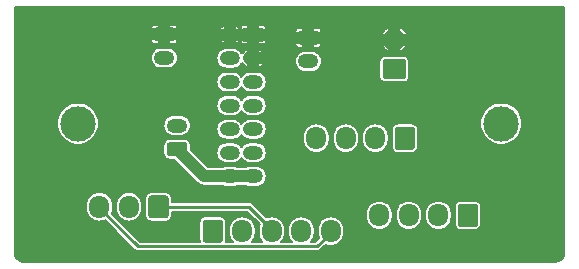
<source format=gbl>
G04 #@! TF.GenerationSoftware,KiCad,Pcbnew,(5.1.2)-1*
G04 #@! TF.CreationDate,2020-08-06T11:16:41+09:00*
G04 #@! TF.ProjectId,i3mega_connector_board,69336d65-6761-45f6-936f-6e6e6563746f,rev?*
G04 #@! TF.SameCoordinates,PX7efb530PY7b459e0*
G04 #@! TF.FileFunction,Copper,L2,Bot*
G04 #@! TF.FilePolarity,Positive*
%FSLAX46Y46*%
G04 Gerber Fmt 4.6, Leading zero omitted, Abs format (unit mm)*
G04 Created by KiCad (PCBNEW (5.1.2)-1) date 2020-08-06 11:16:41*
%MOMM*%
%LPD*%
G04 APERTURE LIST*
%ADD10C,0.100000*%
%ADD11C,1.700000*%
%ADD12O,1.700000X1.950000*%
%ADD13C,3.000000*%
%ADD14C,1.200000*%
%ADD15O,1.750000X1.200000*%
%ADD16O,2.000000X1.700000*%
%ADD17O,1.700000X1.200000*%
%ADD18R,1.700000X1.200000*%
%ADD19C,1.000000*%
%ADD20C,0.250000*%
%ADD21C,0.150000*%
G04 APERTURE END LIST*
D10*
G36*
X13079504Y5898796D02*
G01*
X13103773Y5895196D01*
X13127571Y5889235D01*
X13150671Y5880970D01*
X13172849Y5870480D01*
X13193893Y5857867D01*
X13213598Y5843253D01*
X13231777Y5826777D01*
X13248253Y5808598D01*
X13262867Y5788893D01*
X13275480Y5767849D01*
X13285970Y5745671D01*
X13294235Y5722571D01*
X13300196Y5698773D01*
X13303796Y5674504D01*
X13305000Y5650000D01*
X13305000Y4200000D01*
X13303796Y4175496D01*
X13300196Y4151227D01*
X13294235Y4127429D01*
X13285970Y4104329D01*
X13275480Y4082151D01*
X13262867Y4061107D01*
X13248253Y4041402D01*
X13231777Y4023223D01*
X13213598Y4006747D01*
X13193893Y3992133D01*
X13172849Y3979520D01*
X13150671Y3969030D01*
X13127571Y3960765D01*
X13103773Y3954804D01*
X13079504Y3951204D01*
X13055000Y3950000D01*
X11855000Y3950000D01*
X11830496Y3951204D01*
X11806227Y3954804D01*
X11782429Y3960765D01*
X11759329Y3969030D01*
X11737151Y3979520D01*
X11716107Y3992133D01*
X11696402Y4006747D01*
X11678223Y4023223D01*
X11661747Y4041402D01*
X11647133Y4061107D01*
X11634520Y4082151D01*
X11624030Y4104329D01*
X11615765Y4127429D01*
X11609804Y4151227D01*
X11606204Y4175496D01*
X11605000Y4200000D01*
X11605000Y5650000D01*
X11606204Y5674504D01*
X11609804Y5698773D01*
X11615765Y5722571D01*
X11624030Y5745671D01*
X11634520Y5767849D01*
X11647133Y5788893D01*
X11661747Y5808598D01*
X11678223Y5826777D01*
X11696402Y5843253D01*
X11716107Y5857867D01*
X11737151Y5870480D01*
X11759329Y5880970D01*
X11782429Y5889235D01*
X11806227Y5895196D01*
X11830496Y5898796D01*
X11855000Y5900000D01*
X13055000Y5900000D01*
X13079504Y5898796D01*
X13079504Y5898796D01*
G37*
D11*
X12455000Y4925000D03*
D12*
X9955000Y4925000D03*
X7455000Y4925000D03*
D10*
G36*
X39279504Y5173796D02*
G01*
X39303773Y5170196D01*
X39327571Y5164235D01*
X39350671Y5155970D01*
X39372849Y5145480D01*
X39393893Y5132867D01*
X39413598Y5118253D01*
X39431777Y5101777D01*
X39448253Y5083598D01*
X39462867Y5063893D01*
X39475480Y5042849D01*
X39485970Y5020671D01*
X39494235Y4997571D01*
X39500196Y4973773D01*
X39503796Y4949504D01*
X39505000Y4925000D01*
X39505000Y3475000D01*
X39503796Y3450496D01*
X39500196Y3426227D01*
X39494235Y3402429D01*
X39485970Y3379329D01*
X39475480Y3357151D01*
X39462867Y3336107D01*
X39448253Y3316402D01*
X39431777Y3298223D01*
X39413598Y3281747D01*
X39393893Y3267133D01*
X39372849Y3254520D01*
X39350671Y3244030D01*
X39327571Y3235765D01*
X39303773Y3229804D01*
X39279504Y3226204D01*
X39255000Y3225000D01*
X38055000Y3225000D01*
X38030496Y3226204D01*
X38006227Y3229804D01*
X37982429Y3235765D01*
X37959329Y3244030D01*
X37937151Y3254520D01*
X37916107Y3267133D01*
X37896402Y3281747D01*
X37878223Y3298223D01*
X37861747Y3316402D01*
X37847133Y3336107D01*
X37834520Y3357151D01*
X37824030Y3379329D01*
X37815765Y3402429D01*
X37809804Y3426227D01*
X37806204Y3450496D01*
X37805000Y3475000D01*
X37805000Y4925000D01*
X37806204Y4949504D01*
X37809804Y4973773D01*
X37815765Y4997571D01*
X37824030Y5020671D01*
X37834520Y5042849D01*
X37847133Y5063893D01*
X37861747Y5083598D01*
X37878223Y5101777D01*
X37896402Y5118253D01*
X37916107Y5132867D01*
X37937151Y5145480D01*
X37959329Y5155970D01*
X37982429Y5164235D01*
X38006227Y5170196D01*
X38030496Y5173796D01*
X38055000Y5175000D01*
X39255000Y5175000D01*
X39279504Y5173796D01*
X39279504Y5173796D01*
G37*
D11*
X38655000Y4200000D03*
D12*
X36155000Y4200000D03*
X33655000Y4200000D03*
X31155000Y4200000D03*
D10*
G36*
X17674504Y3843796D02*
G01*
X17698773Y3840196D01*
X17722571Y3834235D01*
X17745671Y3825970D01*
X17767849Y3815480D01*
X17788893Y3802867D01*
X17808598Y3788253D01*
X17826777Y3771777D01*
X17843253Y3753598D01*
X17857867Y3733893D01*
X17870480Y3712849D01*
X17880970Y3690671D01*
X17889235Y3667571D01*
X17895196Y3643773D01*
X17898796Y3619504D01*
X17900000Y3595000D01*
X17900000Y2145000D01*
X17898796Y2120496D01*
X17895196Y2096227D01*
X17889235Y2072429D01*
X17880970Y2049329D01*
X17870480Y2027151D01*
X17857867Y2006107D01*
X17843253Y1986402D01*
X17826777Y1968223D01*
X17808598Y1951747D01*
X17788893Y1937133D01*
X17767849Y1924520D01*
X17745671Y1914030D01*
X17722571Y1905765D01*
X17698773Y1899804D01*
X17674504Y1896204D01*
X17650000Y1895000D01*
X16450000Y1895000D01*
X16425496Y1896204D01*
X16401227Y1899804D01*
X16377429Y1905765D01*
X16354329Y1914030D01*
X16332151Y1924520D01*
X16311107Y1937133D01*
X16291402Y1951747D01*
X16273223Y1968223D01*
X16256747Y1986402D01*
X16242133Y2006107D01*
X16229520Y2027151D01*
X16219030Y2049329D01*
X16210765Y2072429D01*
X16204804Y2096227D01*
X16201204Y2120496D01*
X16200000Y2145000D01*
X16200000Y3595000D01*
X16201204Y3619504D01*
X16204804Y3643773D01*
X16210765Y3667571D01*
X16219030Y3690671D01*
X16229520Y3712849D01*
X16242133Y3733893D01*
X16256747Y3753598D01*
X16273223Y3771777D01*
X16291402Y3788253D01*
X16311107Y3802867D01*
X16332151Y3815480D01*
X16354329Y3825970D01*
X16377429Y3834235D01*
X16401227Y3840196D01*
X16425496Y3843796D01*
X16450000Y3845000D01*
X17650000Y3845000D01*
X17674504Y3843796D01*
X17674504Y3843796D01*
G37*
D11*
X17050000Y2870000D03*
D12*
X19550000Y2870000D03*
X22050000Y2870000D03*
X24550000Y2870000D03*
X27050000Y2870000D03*
D13*
X41480000Y11975000D03*
X5630000Y11975000D03*
D12*
X25820000Y10730000D03*
X28320000Y10730000D03*
X30820000Y10730000D03*
D10*
G36*
X33944504Y11703796D02*
G01*
X33968773Y11700196D01*
X33992571Y11694235D01*
X34015671Y11685970D01*
X34037849Y11675480D01*
X34058893Y11662867D01*
X34078598Y11648253D01*
X34096777Y11631777D01*
X34113253Y11613598D01*
X34127867Y11593893D01*
X34140480Y11572849D01*
X34150970Y11550671D01*
X34159235Y11527571D01*
X34165196Y11503773D01*
X34168796Y11479504D01*
X34170000Y11455000D01*
X34170000Y10005000D01*
X34168796Y9980496D01*
X34165196Y9956227D01*
X34159235Y9932429D01*
X34150970Y9909329D01*
X34140480Y9887151D01*
X34127867Y9866107D01*
X34113253Y9846402D01*
X34096777Y9828223D01*
X34078598Y9811747D01*
X34058893Y9797133D01*
X34037849Y9784520D01*
X34015671Y9774030D01*
X33992571Y9765765D01*
X33968773Y9759804D01*
X33944504Y9756204D01*
X33920000Y9755000D01*
X32720000Y9755000D01*
X32695496Y9756204D01*
X32671227Y9759804D01*
X32647429Y9765765D01*
X32624329Y9774030D01*
X32602151Y9784520D01*
X32581107Y9797133D01*
X32561402Y9811747D01*
X32543223Y9828223D01*
X32526747Y9846402D01*
X32512133Y9866107D01*
X32499520Y9887151D01*
X32489030Y9909329D01*
X32480765Y9932429D01*
X32474804Y9956227D01*
X32471204Y9980496D01*
X32470000Y10005000D01*
X32470000Y11455000D01*
X32471204Y11479504D01*
X32474804Y11503773D01*
X32480765Y11527571D01*
X32489030Y11550671D01*
X32499520Y11572849D01*
X32512133Y11593893D01*
X32526747Y11613598D01*
X32543223Y11631777D01*
X32561402Y11648253D01*
X32581107Y11662867D01*
X32602151Y11675480D01*
X32624329Y11685970D01*
X32647429Y11694235D01*
X32671227Y11700196D01*
X32695496Y11703796D01*
X32720000Y11705000D01*
X33920000Y11705000D01*
X33944504Y11703796D01*
X33944504Y11703796D01*
G37*
D11*
X33320000Y10730000D03*
D10*
G36*
X13604505Y20123796D02*
G01*
X13628773Y20120196D01*
X13652572Y20114235D01*
X13675671Y20105970D01*
X13697850Y20095480D01*
X13718893Y20082868D01*
X13738599Y20068253D01*
X13756777Y20051777D01*
X13773253Y20033599D01*
X13787868Y20013893D01*
X13800480Y19992850D01*
X13810970Y19970671D01*
X13819235Y19947572D01*
X13825196Y19923773D01*
X13828796Y19899505D01*
X13830000Y19875001D01*
X13830000Y19174999D01*
X13828796Y19150495D01*
X13825196Y19126227D01*
X13819235Y19102428D01*
X13810970Y19079329D01*
X13800480Y19057150D01*
X13787868Y19036107D01*
X13773253Y19016401D01*
X13756777Y18998223D01*
X13738599Y18981747D01*
X13718893Y18967132D01*
X13697850Y18954520D01*
X13675671Y18944030D01*
X13652572Y18935765D01*
X13628773Y18929804D01*
X13604505Y18926204D01*
X13580001Y18925000D01*
X12329999Y18925000D01*
X12305495Y18926204D01*
X12281227Y18929804D01*
X12257428Y18935765D01*
X12234329Y18944030D01*
X12212150Y18954520D01*
X12191107Y18967132D01*
X12171401Y18981747D01*
X12153223Y18998223D01*
X12136747Y19016401D01*
X12122132Y19036107D01*
X12109520Y19057150D01*
X12099030Y19079329D01*
X12090765Y19102428D01*
X12084804Y19126227D01*
X12081204Y19150495D01*
X12080000Y19174999D01*
X12080000Y19875001D01*
X12081204Y19899505D01*
X12084804Y19923773D01*
X12090765Y19947572D01*
X12099030Y19970671D01*
X12109520Y19992850D01*
X12122132Y20013893D01*
X12136747Y20033599D01*
X12153223Y20051777D01*
X12171401Y20068253D01*
X12191107Y20082868D01*
X12212150Y20095480D01*
X12234329Y20105970D01*
X12257428Y20114235D01*
X12281227Y20120196D01*
X12305495Y20123796D01*
X12329999Y20125000D01*
X13580001Y20125000D01*
X13604505Y20123796D01*
X13604505Y20123796D01*
G37*
D14*
X12955000Y19525000D03*
D15*
X12955000Y17525000D03*
D10*
G36*
X25799505Y19838796D02*
G01*
X25823773Y19835196D01*
X25847572Y19829235D01*
X25870671Y19820970D01*
X25892850Y19810480D01*
X25913893Y19797868D01*
X25933599Y19783253D01*
X25951777Y19766777D01*
X25968253Y19748599D01*
X25982868Y19728893D01*
X25995480Y19707850D01*
X26005970Y19685671D01*
X26014235Y19662572D01*
X26020196Y19638773D01*
X26023796Y19614505D01*
X26025000Y19590001D01*
X26025000Y18889999D01*
X26023796Y18865495D01*
X26020196Y18841227D01*
X26014235Y18817428D01*
X26005970Y18794329D01*
X25995480Y18772150D01*
X25982868Y18751107D01*
X25968253Y18731401D01*
X25951777Y18713223D01*
X25933599Y18696747D01*
X25913893Y18682132D01*
X25892850Y18669520D01*
X25870671Y18659030D01*
X25847572Y18650765D01*
X25823773Y18644804D01*
X25799505Y18641204D01*
X25775001Y18640000D01*
X24524999Y18640000D01*
X24500495Y18641204D01*
X24476227Y18644804D01*
X24452428Y18650765D01*
X24429329Y18659030D01*
X24407150Y18669520D01*
X24386107Y18682132D01*
X24366401Y18696747D01*
X24348223Y18713223D01*
X24331747Y18731401D01*
X24317132Y18751107D01*
X24304520Y18772150D01*
X24294030Y18794329D01*
X24285765Y18817428D01*
X24279804Y18841227D01*
X24276204Y18865495D01*
X24275000Y18889999D01*
X24275000Y19590001D01*
X24276204Y19614505D01*
X24279804Y19638773D01*
X24285765Y19662572D01*
X24294030Y19685671D01*
X24304520Y19707850D01*
X24317132Y19728893D01*
X24331747Y19748599D01*
X24348223Y19766777D01*
X24366401Y19783253D01*
X24386107Y19797868D01*
X24407150Y19810480D01*
X24429329Y19820970D01*
X24452428Y19829235D01*
X24476227Y19835196D01*
X24500495Y19838796D01*
X24524999Y19840000D01*
X25775001Y19840000D01*
X25799505Y19838796D01*
X25799505Y19838796D01*
G37*
D14*
X25150000Y19240000D03*
D15*
X25150000Y17240000D03*
D16*
X32430000Y19090000D03*
D10*
G36*
X33204504Y17438796D02*
G01*
X33228773Y17435196D01*
X33252571Y17429235D01*
X33275671Y17420970D01*
X33297849Y17410480D01*
X33318893Y17397867D01*
X33338598Y17383253D01*
X33356777Y17366777D01*
X33373253Y17348598D01*
X33387867Y17328893D01*
X33400480Y17307849D01*
X33410970Y17285671D01*
X33419235Y17262571D01*
X33425196Y17238773D01*
X33428796Y17214504D01*
X33430000Y17190000D01*
X33430000Y15990000D01*
X33428796Y15965496D01*
X33425196Y15941227D01*
X33419235Y15917429D01*
X33410970Y15894329D01*
X33400480Y15872151D01*
X33387867Y15851107D01*
X33373253Y15831402D01*
X33356777Y15813223D01*
X33338598Y15796747D01*
X33318893Y15782133D01*
X33297849Y15769520D01*
X33275671Y15759030D01*
X33252571Y15750765D01*
X33228773Y15744804D01*
X33204504Y15741204D01*
X33180000Y15740000D01*
X31680000Y15740000D01*
X31655496Y15741204D01*
X31631227Y15744804D01*
X31607429Y15750765D01*
X31584329Y15759030D01*
X31562151Y15769520D01*
X31541107Y15782133D01*
X31521402Y15796747D01*
X31503223Y15813223D01*
X31486747Y15831402D01*
X31472133Y15851107D01*
X31459520Y15872151D01*
X31449030Y15894329D01*
X31440765Y15917429D01*
X31434804Y15941227D01*
X31431204Y15965496D01*
X31430000Y15990000D01*
X31430000Y17190000D01*
X31431204Y17214504D01*
X31434804Y17238773D01*
X31440765Y17262571D01*
X31449030Y17285671D01*
X31459520Y17307849D01*
X31472133Y17328893D01*
X31486747Y17348598D01*
X31503223Y17366777D01*
X31521402Y17383253D01*
X31541107Y17397867D01*
X31562151Y17410480D01*
X31584329Y17420970D01*
X31607429Y17429235D01*
X31631227Y17435196D01*
X31655496Y17438796D01*
X31680000Y17440000D01*
X33180000Y17440000D01*
X33204504Y17438796D01*
X33204504Y17438796D01*
G37*
D11*
X32430000Y16590000D03*
D17*
X18480000Y19500000D03*
X18480000Y17500000D03*
X18480000Y15500000D03*
X18480000Y13500000D03*
X18480000Y11500000D03*
X18480000Y9500000D03*
X18480000Y7500000D03*
X20480000Y7500000D03*
X20480000Y9500000D03*
X20480000Y11500000D03*
X20480000Y13500000D03*
X20480000Y15500000D03*
X20480000Y17500000D03*
D18*
X20480000Y19500000D03*
D15*
X14030000Y11800000D03*
D10*
G36*
X14679505Y10398796D02*
G01*
X14703773Y10395196D01*
X14727572Y10389235D01*
X14750671Y10380970D01*
X14772850Y10370480D01*
X14793893Y10357868D01*
X14813599Y10343253D01*
X14831777Y10326777D01*
X14848253Y10308599D01*
X14862868Y10288893D01*
X14875480Y10267850D01*
X14885970Y10245671D01*
X14894235Y10222572D01*
X14900196Y10198773D01*
X14903796Y10174505D01*
X14905000Y10150001D01*
X14905000Y9449999D01*
X14903796Y9425495D01*
X14900196Y9401227D01*
X14894235Y9377428D01*
X14885970Y9354329D01*
X14875480Y9332150D01*
X14862868Y9311107D01*
X14848253Y9291401D01*
X14831777Y9273223D01*
X14813599Y9256747D01*
X14793893Y9242132D01*
X14772850Y9229520D01*
X14750671Y9219030D01*
X14727572Y9210765D01*
X14703773Y9204804D01*
X14679505Y9201204D01*
X14655001Y9200000D01*
X13404999Y9200000D01*
X13380495Y9201204D01*
X13356227Y9204804D01*
X13332428Y9210765D01*
X13309329Y9219030D01*
X13287150Y9229520D01*
X13266107Y9242132D01*
X13246401Y9256747D01*
X13228223Y9273223D01*
X13211747Y9291401D01*
X13197132Y9311107D01*
X13184520Y9332150D01*
X13174030Y9354329D01*
X13165765Y9377428D01*
X13159804Y9401227D01*
X13156204Y9425495D01*
X13155000Y9449999D01*
X13155000Y10150001D01*
X13156204Y10174505D01*
X13159804Y10198773D01*
X13165765Y10222572D01*
X13174030Y10245671D01*
X13184520Y10267850D01*
X13197132Y10288893D01*
X13211747Y10308599D01*
X13228223Y10326777D01*
X13246401Y10343253D01*
X13266107Y10357868D01*
X13287150Y10370480D01*
X13309329Y10380970D01*
X13332428Y10389235D01*
X13356227Y10395196D01*
X13380495Y10398796D01*
X13404999Y10400000D01*
X14655001Y10400000D01*
X14679505Y10398796D01*
X14679505Y10398796D01*
G37*
D14*
X14030000Y9800000D03*
D19*
X18230000Y9500000D02*
X18480000Y9500000D01*
D20*
X20730000Y11500000D02*
X20480000Y11500000D01*
X22050000Y2995000D02*
X22050000Y2870000D01*
X20120000Y4925000D02*
X22050000Y2995000D01*
X12455000Y4925000D02*
X20120000Y4925000D01*
D19*
X25940000Y10965000D02*
X25880000Y11025000D01*
X16330000Y7500000D02*
X18480000Y7500000D01*
X14030000Y9800000D02*
X16330000Y7500000D01*
X18480000Y7500000D02*
X20480000Y7500000D01*
D20*
X27050000Y2745000D02*
X27050000Y2870000D01*
X25874990Y1569990D02*
X27050000Y2745000D01*
X10685010Y1569990D02*
X25874990Y1569990D01*
X7455000Y4800000D02*
X10685010Y1569990D01*
X7455000Y4925000D02*
X7455000Y4800000D01*
D21*
G36*
X46830001Y1042239D02*
G01*
X46814540Y884557D01*
X46772301Y744654D01*
X46703691Y615617D01*
X46611330Y502371D01*
X46498724Y409215D01*
X46370175Y339709D01*
X46230563Y296492D01*
X46073654Y280000D01*
X1042229Y280000D01*
X884557Y295460D01*
X744654Y337699D01*
X615617Y406309D01*
X502371Y498670D01*
X409215Y611276D01*
X339709Y739825D01*
X296492Y879437D01*
X280000Y1036346D01*
X280000Y5105264D01*
X6330000Y5105264D01*
X6330000Y4744737D01*
X6346278Y4579463D01*
X6410607Y4367399D01*
X6515071Y4171960D01*
X6655656Y4000656D01*
X6826960Y3860071D01*
X7022398Y3755607D01*
X7234462Y3691278D01*
X7455000Y3669557D01*
X7675537Y3691278D01*
X7887601Y3755607D01*
X7917648Y3771667D01*
X10388277Y1301037D01*
X10400799Y1285779D01*
X10416057Y1273257D01*
X10416059Y1273255D01*
X10429348Y1262349D01*
X10461707Y1235793D01*
X10531196Y1198650D01*
X10584852Y1182374D01*
X10606596Y1175778D01*
X10685010Y1168055D01*
X10704656Y1169990D01*
X25855344Y1169990D01*
X25874990Y1168055D01*
X25894636Y1169990D01*
X25894637Y1169990D01*
X25953404Y1175778D01*
X26028804Y1198650D01*
X26098293Y1235793D01*
X26159201Y1285779D01*
X26171727Y1301042D01*
X26587353Y1716667D01*
X26617399Y1700607D01*
X26829463Y1636278D01*
X27050000Y1614557D01*
X27270538Y1636278D01*
X27482602Y1700607D01*
X27678040Y1805071D01*
X27849344Y1945656D01*
X27989929Y2116960D01*
X28094393Y2312399D01*
X28158722Y2524463D01*
X28175000Y2689737D01*
X28175000Y3050264D01*
X28158722Y3215538D01*
X28094393Y3427602D01*
X27989929Y3623040D01*
X27849344Y3794344D01*
X27678040Y3934929D01*
X27482601Y4039393D01*
X27270537Y4103722D01*
X27050000Y4125443D01*
X26829462Y4103722D01*
X26617398Y4039393D01*
X26421960Y3934929D01*
X26250656Y3794344D01*
X26110071Y3623040D01*
X26005607Y3427601D01*
X25941278Y3215537D01*
X25925000Y3050263D01*
X25925000Y2689736D01*
X25941278Y2524462D01*
X26005607Y2312398D01*
X26021667Y2282352D01*
X25709305Y1969990D01*
X25369314Y1969990D01*
X25489929Y2116960D01*
X25594393Y2312399D01*
X25658722Y2524463D01*
X25675000Y2689737D01*
X25675000Y3050264D01*
X25658722Y3215538D01*
X25594393Y3427602D01*
X25489929Y3623040D01*
X25349344Y3794344D01*
X25178040Y3934929D01*
X24982601Y4039393D01*
X24770537Y4103722D01*
X24550000Y4125443D01*
X24329462Y4103722D01*
X24117398Y4039393D01*
X23921960Y3934929D01*
X23750656Y3794344D01*
X23610071Y3623040D01*
X23505607Y3427601D01*
X23441278Y3215537D01*
X23425000Y3050263D01*
X23425000Y2689736D01*
X23441278Y2524462D01*
X23505607Y2312398D01*
X23610071Y2116960D01*
X23730687Y1969990D01*
X22869314Y1969990D01*
X22989929Y2116960D01*
X23094393Y2312399D01*
X23158722Y2524463D01*
X23175000Y2689737D01*
X23175000Y3050264D01*
X23158722Y3215538D01*
X23094393Y3427602D01*
X22989929Y3623040D01*
X22849344Y3794344D01*
X22678040Y3934929D01*
X22482601Y4039393D01*
X22270537Y4103722D01*
X22050000Y4125443D01*
X21829462Y4103722D01*
X21617398Y4039393D01*
X21587352Y4023333D01*
X21230421Y4380264D01*
X30030000Y4380264D01*
X30030000Y4019737D01*
X30046278Y3854463D01*
X30110607Y3642399D01*
X30215071Y3446960D01*
X30355656Y3275656D01*
X30526960Y3135071D01*
X30722398Y3030607D01*
X30934462Y2966278D01*
X31155000Y2944557D01*
X31375537Y2966278D01*
X31587601Y3030607D01*
X31783040Y3135071D01*
X31954344Y3275656D01*
X32094929Y3446960D01*
X32199393Y3642398D01*
X32263722Y3854462D01*
X32280000Y4019736D01*
X32280000Y4380263D01*
X32280000Y4380264D01*
X32530000Y4380264D01*
X32530000Y4019737D01*
X32546278Y3854463D01*
X32610607Y3642399D01*
X32715071Y3446960D01*
X32855656Y3275656D01*
X33026960Y3135071D01*
X33222398Y3030607D01*
X33434462Y2966278D01*
X33655000Y2944557D01*
X33875537Y2966278D01*
X34087601Y3030607D01*
X34283040Y3135071D01*
X34454344Y3275656D01*
X34594929Y3446960D01*
X34699393Y3642398D01*
X34763722Y3854462D01*
X34780000Y4019736D01*
X34780000Y4380263D01*
X34780000Y4380264D01*
X35030000Y4380264D01*
X35030000Y4019737D01*
X35046278Y3854463D01*
X35110607Y3642399D01*
X35215071Y3446960D01*
X35355656Y3275656D01*
X35526960Y3135071D01*
X35722398Y3030607D01*
X35934462Y2966278D01*
X36155000Y2944557D01*
X36375537Y2966278D01*
X36587601Y3030607D01*
X36783040Y3135071D01*
X36954344Y3275656D01*
X37094929Y3446960D01*
X37199393Y3642398D01*
X37263722Y3854462D01*
X37280000Y4019736D01*
X37280000Y4380263D01*
X37263722Y4545537D01*
X37199393Y4757601D01*
X37109917Y4925000D01*
X37528670Y4925000D01*
X37528670Y3475000D01*
X37538783Y3372318D01*
X37568734Y3273582D01*
X37617373Y3182587D01*
X37682828Y3102828D01*
X37762587Y3037373D01*
X37853582Y2988734D01*
X37952318Y2958783D01*
X38055000Y2948670D01*
X39255000Y2948670D01*
X39357682Y2958783D01*
X39456418Y2988734D01*
X39547413Y3037373D01*
X39627172Y3102828D01*
X39692627Y3182587D01*
X39741266Y3273582D01*
X39771217Y3372318D01*
X39781330Y3475000D01*
X39781330Y4925000D01*
X39771217Y5027682D01*
X39741266Y5126418D01*
X39692627Y5217413D01*
X39627172Y5297172D01*
X39547413Y5362627D01*
X39456418Y5411266D01*
X39357682Y5441217D01*
X39255000Y5451330D01*
X38055000Y5451330D01*
X37952318Y5441217D01*
X37853582Y5411266D01*
X37762587Y5362627D01*
X37682828Y5297172D01*
X37617373Y5217413D01*
X37568734Y5126418D01*
X37538783Y5027682D01*
X37528670Y4925000D01*
X37109917Y4925000D01*
X37094929Y4953040D01*
X36954344Y5124344D01*
X36783040Y5264929D01*
X36587602Y5369393D01*
X36375538Y5433722D01*
X36155000Y5455443D01*
X35934463Y5433722D01*
X35722399Y5369393D01*
X35526961Y5264929D01*
X35355657Y5124344D01*
X35215071Y4953040D01*
X35110607Y4757602D01*
X35046278Y4545538D01*
X35030000Y4380264D01*
X34780000Y4380264D01*
X34763722Y4545537D01*
X34699393Y4757601D01*
X34594929Y4953040D01*
X34454344Y5124344D01*
X34283040Y5264929D01*
X34087602Y5369393D01*
X33875538Y5433722D01*
X33655000Y5455443D01*
X33434463Y5433722D01*
X33222399Y5369393D01*
X33026961Y5264929D01*
X32855657Y5124344D01*
X32715071Y4953040D01*
X32610607Y4757602D01*
X32546278Y4545538D01*
X32530000Y4380264D01*
X32280000Y4380264D01*
X32263722Y4545537D01*
X32199393Y4757601D01*
X32094929Y4953040D01*
X31954344Y5124344D01*
X31783040Y5264929D01*
X31587602Y5369393D01*
X31375538Y5433722D01*
X31155000Y5455443D01*
X30934463Y5433722D01*
X30722399Y5369393D01*
X30526961Y5264929D01*
X30355657Y5124344D01*
X30215071Y4953040D01*
X30110607Y4757602D01*
X30046278Y4545538D01*
X30030000Y4380264D01*
X21230421Y4380264D01*
X20416737Y5193948D01*
X20404211Y5209211D01*
X20343303Y5259197D01*
X20273814Y5296340D01*
X20198414Y5319212D01*
X20139647Y5325000D01*
X20139646Y5325000D01*
X20120000Y5326935D01*
X20100354Y5325000D01*
X13581330Y5325000D01*
X13581330Y5650000D01*
X13571217Y5752682D01*
X13541266Y5851418D01*
X13492627Y5942413D01*
X13427172Y6022172D01*
X13347413Y6087627D01*
X13256418Y6136266D01*
X13157682Y6166217D01*
X13055000Y6176330D01*
X11855000Y6176330D01*
X11752318Y6166217D01*
X11653582Y6136266D01*
X11562587Y6087627D01*
X11482828Y6022172D01*
X11417373Y5942413D01*
X11368734Y5851418D01*
X11338783Y5752682D01*
X11328670Y5650000D01*
X11328670Y4200000D01*
X11338783Y4097318D01*
X11368734Y3998582D01*
X11417373Y3907587D01*
X11482828Y3827828D01*
X11562587Y3762373D01*
X11653582Y3713734D01*
X11752318Y3683783D01*
X11855000Y3673670D01*
X13055000Y3673670D01*
X13157682Y3683783D01*
X13256418Y3713734D01*
X13347413Y3762373D01*
X13427172Y3827828D01*
X13492627Y3907587D01*
X13541266Y3998582D01*
X13571217Y4097318D01*
X13581330Y4200000D01*
X13581330Y4525000D01*
X19954315Y4525000D01*
X21021667Y3457647D01*
X21005607Y3427601D01*
X20941278Y3215537D01*
X20925000Y3050263D01*
X20925000Y2689736D01*
X20941278Y2524462D01*
X21005607Y2312398D01*
X21110071Y2116960D01*
X21230687Y1969990D01*
X20369314Y1969990D01*
X20489929Y2116960D01*
X20594393Y2312399D01*
X20658722Y2524463D01*
X20675000Y2689737D01*
X20675000Y3050264D01*
X20658722Y3215538D01*
X20594393Y3427602D01*
X20489929Y3623040D01*
X20349344Y3794344D01*
X20178040Y3934929D01*
X19982601Y4039393D01*
X19770537Y4103722D01*
X19550000Y4125443D01*
X19329462Y4103722D01*
X19117398Y4039393D01*
X18921960Y3934929D01*
X18750656Y3794344D01*
X18610071Y3623040D01*
X18505607Y3427601D01*
X18441278Y3215537D01*
X18425000Y3050263D01*
X18425000Y2689736D01*
X18441278Y2524462D01*
X18505607Y2312398D01*
X18610071Y2116960D01*
X18730687Y1969990D01*
X18144277Y1969990D01*
X18166217Y2042318D01*
X18176330Y2145000D01*
X18176330Y3595000D01*
X18166217Y3697682D01*
X18136266Y3796418D01*
X18087627Y3887413D01*
X18022172Y3967172D01*
X17942413Y4032627D01*
X17851418Y4081266D01*
X17752682Y4111217D01*
X17650000Y4121330D01*
X16450000Y4121330D01*
X16347318Y4111217D01*
X16248582Y4081266D01*
X16157587Y4032627D01*
X16077828Y3967172D01*
X16012373Y3887413D01*
X15963734Y3796418D01*
X15933783Y3697682D01*
X15923670Y3595000D01*
X15923670Y2145000D01*
X15933783Y2042318D01*
X15955723Y1969990D01*
X10850696Y1969990D01*
X8483333Y4337352D01*
X8499393Y4367398D01*
X8563722Y4579462D01*
X8580000Y4744736D01*
X8580000Y5105263D01*
X8580000Y5105264D01*
X8830000Y5105264D01*
X8830000Y4744737D01*
X8846278Y4579463D01*
X8910607Y4367399D01*
X9015071Y4171960D01*
X9155656Y4000656D01*
X9326960Y3860071D01*
X9522398Y3755607D01*
X9734462Y3691278D01*
X9955000Y3669557D01*
X10175537Y3691278D01*
X10387601Y3755607D01*
X10583040Y3860071D01*
X10754344Y4000656D01*
X10894929Y4171960D01*
X10999393Y4367398D01*
X11063722Y4579462D01*
X11080000Y4744736D01*
X11080000Y5105263D01*
X11063722Y5270537D01*
X10999393Y5482601D01*
X10894929Y5678040D01*
X10754344Y5849344D01*
X10583040Y5989929D01*
X10387602Y6094393D01*
X10175538Y6158722D01*
X9955000Y6180443D01*
X9734463Y6158722D01*
X9522399Y6094393D01*
X9326961Y5989929D01*
X9155657Y5849344D01*
X9015071Y5678040D01*
X8910607Y5482602D01*
X8846278Y5270538D01*
X8830000Y5105264D01*
X8580000Y5105264D01*
X8563722Y5270537D01*
X8499393Y5482601D01*
X8394929Y5678040D01*
X8254344Y5849344D01*
X8083040Y5989929D01*
X7887602Y6094393D01*
X7675538Y6158722D01*
X7455000Y6180443D01*
X7234463Y6158722D01*
X7022399Y6094393D01*
X6826961Y5989929D01*
X6655657Y5849344D01*
X6515071Y5678040D01*
X6410607Y5482602D01*
X6346278Y5270538D01*
X6330000Y5105264D01*
X280000Y5105264D01*
X280000Y10150001D01*
X12878670Y10150001D01*
X12878670Y9449999D01*
X12888783Y9347317D01*
X12918734Y9248582D01*
X12967372Y9157586D01*
X13032828Y9077828D01*
X13112586Y9012372D01*
X13203582Y8963734D01*
X13302317Y8933783D01*
X13404999Y8923670D01*
X13810316Y8923670D01*
X15755072Y6978913D01*
X15779341Y6949341D01*
X15854888Y6887342D01*
X15897349Y6852494D01*
X15969313Y6814029D01*
X16031986Y6780530D01*
X16178074Y6736214D01*
X16291935Y6725000D01*
X16291936Y6725000D01*
X16329999Y6721251D01*
X16368062Y6725000D01*
X17823738Y6725000D01*
X17893532Y6687695D01*
X18058470Y6637661D01*
X18187021Y6625000D01*
X18772979Y6625000D01*
X18901530Y6637661D01*
X19066468Y6687695D01*
X19136262Y6725000D01*
X19823738Y6725000D01*
X19893532Y6687695D01*
X20058470Y6637661D01*
X20187021Y6625000D01*
X20772979Y6625000D01*
X20901530Y6637661D01*
X21066468Y6687695D01*
X21218476Y6768944D01*
X21351712Y6878288D01*
X21461056Y7011524D01*
X21542305Y7163532D01*
X21592339Y7328470D01*
X21609233Y7500000D01*
X21592339Y7671530D01*
X21542305Y7836468D01*
X21461056Y7988476D01*
X21351712Y8121712D01*
X21218476Y8231056D01*
X21066468Y8312305D01*
X20901530Y8362339D01*
X20772979Y8375000D01*
X20187021Y8375000D01*
X20058470Y8362339D01*
X19893532Y8312305D01*
X19823738Y8275000D01*
X19136262Y8275000D01*
X19066468Y8312305D01*
X18901530Y8362339D01*
X18772979Y8375000D01*
X18187021Y8375000D01*
X18058470Y8362339D01*
X17893532Y8312305D01*
X17823738Y8275000D01*
X16651015Y8275000D01*
X15426015Y9500000D01*
X17350767Y9500000D01*
X17367661Y9328470D01*
X17417695Y9163532D01*
X17498944Y9011524D01*
X17608288Y8878288D01*
X17741524Y8768944D01*
X17893532Y8687695D01*
X18058470Y8637661D01*
X18187021Y8625000D01*
X18772979Y8625000D01*
X18901530Y8637661D01*
X19066468Y8687695D01*
X19218476Y8768944D01*
X19351712Y8878288D01*
X19461056Y9011524D01*
X19480000Y9046966D01*
X19498944Y9011524D01*
X19608288Y8878288D01*
X19741524Y8768944D01*
X19893532Y8687695D01*
X20058470Y8637661D01*
X20187021Y8625000D01*
X20772979Y8625000D01*
X20901530Y8637661D01*
X21066468Y8687695D01*
X21218476Y8768944D01*
X21351712Y8878288D01*
X21461056Y9011524D01*
X21542305Y9163532D01*
X21592339Y9328470D01*
X21609233Y9500000D01*
X21592339Y9671530D01*
X21542305Y9836468D01*
X21461056Y9988476D01*
X21351712Y10121712D01*
X21218476Y10231056D01*
X21066468Y10312305D01*
X20901530Y10362339D01*
X20772979Y10375000D01*
X20187021Y10375000D01*
X20058470Y10362339D01*
X19893532Y10312305D01*
X19741524Y10231056D01*
X19608288Y10121712D01*
X19498944Y9988476D01*
X19480000Y9953034D01*
X19461056Y9988476D01*
X19351712Y10121712D01*
X19218476Y10231056D01*
X19066468Y10312305D01*
X18901530Y10362339D01*
X18772979Y10375000D01*
X18187021Y10375000D01*
X18058470Y10362339D01*
X17893532Y10312305D01*
X17741524Y10231056D01*
X17608288Y10121712D01*
X17498944Y9988476D01*
X17417695Y9836468D01*
X17367661Y9671530D01*
X17350767Y9500000D01*
X15426015Y9500000D01*
X15181330Y9744684D01*
X15181330Y10150001D01*
X15171217Y10252683D01*
X15141266Y10351418D01*
X15092628Y10442414D01*
X15027172Y10522172D01*
X14947414Y10587628D01*
X14856418Y10636266D01*
X14757683Y10666217D01*
X14655001Y10676330D01*
X13404999Y10676330D01*
X13302317Y10666217D01*
X13203582Y10636266D01*
X13112586Y10587628D01*
X13032828Y10522172D01*
X12967372Y10442414D01*
X12918734Y10351418D01*
X12888783Y10252683D01*
X12878670Y10150001D01*
X280000Y10150001D01*
X280000Y12149822D01*
X3855000Y12149822D01*
X3855000Y11800178D01*
X3923213Y11457252D01*
X4057016Y11134222D01*
X4251268Y10843504D01*
X4498504Y10596268D01*
X4789222Y10402016D01*
X5112252Y10268213D01*
X5455178Y10200000D01*
X5804822Y10200000D01*
X6147748Y10268213D01*
X6470778Y10402016D01*
X6761496Y10596268D01*
X7008732Y10843504D01*
X7202984Y11134222D01*
X7336787Y11457252D01*
X7404964Y11800000D01*
X12875767Y11800000D01*
X12892661Y11628470D01*
X12942695Y11463532D01*
X13023944Y11311524D01*
X13133288Y11178288D01*
X13266524Y11068944D01*
X13418532Y10987695D01*
X13583470Y10937661D01*
X13712021Y10925000D01*
X14347979Y10925000D01*
X14476530Y10937661D01*
X14641468Y10987695D01*
X14793476Y11068944D01*
X14926712Y11178288D01*
X15036056Y11311524D01*
X15117305Y11463532D01*
X15128367Y11500000D01*
X17350767Y11500000D01*
X17367661Y11328470D01*
X17417695Y11163532D01*
X17498944Y11011524D01*
X17608288Y10878288D01*
X17741524Y10768944D01*
X17893532Y10687695D01*
X18058470Y10637661D01*
X18187021Y10625000D01*
X18772979Y10625000D01*
X18901530Y10637661D01*
X19066468Y10687695D01*
X19218476Y10768944D01*
X19351712Y10878288D01*
X19461056Y11011524D01*
X19480000Y11046966D01*
X19498944Y11011524D01*
X19608288Y10878288D01*
X19741524Y10768944D01*
X19893532Y10687695D01*
X20058470Y10637661D01*
X20187021Y10625000D01*
X20772979Y10625000D01*
X20901530Y10637661D01*
X21066468Y10687695D01*
X21218476Y10768944D01*
X21351712Y10878288D01*
X21377954Y10910264D01*
X24695000Y10910264D01*
X24695000Y10549737D01*
X24711278Y10384463D01*
X24775607Y10172399D01*
X24880071Y9976960D01*
X25020656Y9805656D01*
X25191960Y9665071D01*
X25387398Y9560607D01*
X25599462Y9496278D01*
X25820000Y9474557D01*
X26040537Y9496278D01*
X26252601Y9560607D01*
X26448040Y9665071D01*
X26619344Y9805656D01*
X26759929Y9976960D01*
X26864393Y10172398D01*
X26928722Y10384462D01*
X26945000Y10549736D01*
X26945000Y10910263D01*
X26945000Y10910264D01*
X27195000Y10910264D01*
X27195000Y10549737D01*
X27211278Y10384463D01*
X27275607Y10172399D01*
X27380071Y9976960D01*
X27520656Y9805656D01*
X27691960Y9665071D01*
X27887398Y9560607D01*
X28099462Y9496278D01*
X28320000Y9474557D01*
X28540537Y9496278D01*
X28752601Y9560607D01*
X28948040Y9665071D01*
X29119344Y9805656D01*
X29259929Y9976960D01*
X29364393Y10172398D01*
X29428722Y10384462D01*
X29445000Y10549736D01*
X29445000Y10910263D01*
X29445000Y10910264D01*
X29695000Y10910264D01*
X29695000Y10549737D01*
X29711278Y10384463D01*
X29775607Y10172399D01*
X29880071Y9976960D01*
X30020656Y9805656D01*
X30191960Y9665071D01*
X30387398Y9560607D01*
X30599462Y9496278D01*
X30820000Y9474557D01*
X31040537Y9496278D01*
X31252601Y9560607D01*
X31448040Y9665071D01*
X31619344Y9805656D01*
X31759929Y9976960D01*
X31864393Y10172398D01*
X31928722Y10384462D01*
X31945000Y10549736D01*
X31945000Y10910263D01*
X31928722Y11075537D01*
X31864393Y11287601D01*
X31774917Y11455000D01*
X32193670Y11455000D01*
X32193670Y10005000D01*
X32203783Y9902318D01*
X32233734Y9803582D01*
X32282373Y9712587D01*
X32347828Y9632828D01*
X32427587Y9567373D01*
X32518582Y9518734D01*
X32617318Y9488783D01*
X32720000Y9478670D01*
X33920000Y9478670D01*
X34022682Y9488783D01*
X34121418Y9518734D01*
X34212413Y9567373D01*
X34292172Y9632828D01*
X34357627Y9712587D01*
X34406266Y9803582D01*
X34436217Y9902318D01*
X34446330Y10005000D01*
X34446330Y11455000D01*
X34436217Y11557682D01*
X34406266Y11656418D01*
X34357627Y11747413D01*
X34292172Y11827172D01*
X34212413Y11892627D01*
X34121418Y11941266D01*
X34022682Y11971217D01*
X33920000Y11981330D01*
X32720000Y11981330D01*
X32617318Y11971217D01*
X32518582Y11941266D01*
X32427587Y11892627D01*
X32347828Y11827172D01*
X32282373Y11747413D01*
X32233734Y11656418D01*
X32203783Y11557682D01*
X32193670Y11455000D01*
X31774917Y11455000D01*
X31759929Y11483040D01*
X31619344Y11654344D01*
X31448040Y11794929D01*
X31252602Y11899393D01*
X31040538Y11963722D01*
X30820000Y11985443D01*
X30599463Y11963722D01*
X30387399Y11899393D01*
X30191961Y11794929D01*
X30020657Y11654344D01*
X29880071Y11483040D01*
X29775607Y11287602D01*
X29711278Y11075538D01*
X29695000Y10910264D01*
X29445000Y10910264D01*
X29428722Y11075537D01*
X29364393Y11287601D01*
X29259929Y11483040D01*
X29119344Y11654344D01*
X28948040Y11794929D01*
X28752602Y11899393D01*
X28540538Y11963722D01*
X28320000Y11985443D01*
X28099463Y11963722D01*
X27887399Y11899393D01*
X27691961Y11794929D01*
X27520657Y11654344D01*
X27380071Y11483040D01*
X27275607Y11287602D01*
X27211278Y11075538D01*
X27195000Y10910264D01*
X26945000Y10910264D01*
X26928722Y11075537D01*
X26864393Y11287601D01*
X26759929Y11483040D01*
X26619344Y11654344D01*
X26448040Y11794929D01*
X26252602Y11899393D01*
X26040538Y11963722D01*
X25820000Y11985443D01*
X25599463Y11963722D01*
X25387399Y11899393D01*
X25191961Y11794929D01*
X25020657Y11654344D01*
X24880071Y11483040D01*
X24775607Y11287602D01*
X24711278Y11075538D01*
X24695000Y10910264D01*
X21377954Y10910264D01*
X21461056Y11011524D01*
X21542305Y11163532D01*
X21592339Y11328470D01*
X21609233Y11500000D01*
X21592339Y11671530D01*
X21542305Y11836468D01*
X21461056Y11988476D01*
X21351712Y12121712D01*
X21317460Y12149822D01*
X39705000Y12149822D01*
X39705000Y11800178D01*
X39773213Y11457252D01*
X39907016Y11134222D01*
X40101268Y10843504D01*
X40348504Y10596268D01*
X40639222Y10402016D01*
X40962252Y10268213D01*
X41305178Y10200000D01*
X41654822Y10200000D01*
X41997748Y10268213D01*
X42320778Y10402016D01*
X42611496Y10596268D01*
X42858732Y10843504D01*
X43052984Y11134222D01*
X43186787Y11457252D01*
X43255000Y11800178D01*
X43255000Y12149822D01*
X43186787Y12492748D01*
X43052984Y12815778D01*
X42858732Y13106496D01*
X42611496Y13353732D01*
X42320778Y13547984D01*
X41997748Y13681787D01*
X41654822Y13750000D01*
X41305178Y13750000D01*
X40962252Y13681787D01*
X40639222Y13547984D01*
X40348504Y13353732D01*
X40101268Y13106496D01*
X39907016Y12815778D01*
X39773213Y12492748D01*
X39705000Y12149822D01*
X21317460Y12149822D01*
X21218476Y12231056D01*
X21066468Y12312305D01*
X20901530Y12362339D01*
X20772979Y12375000D01*
X20187021Y12375000D01*
X20058470Y12362339D01*
X19893532Y12312305D01*
X19741524Y12231056D01*
X19608288Y12121712D01*
X19498944Y11988476D01*
X19480000Y11953034D01*
X19461056Y11988476D01*
X19351712Y12121712D01*
X19218476Y12231056D01*
X19066468Y12312305D01*
X18901530Y12362339D01*
X18772979Y12375000D01*
X18187021Y12375000D01*
X18058470Y12362339D01*
X17893532Y12312305D01*
X17741524Y12231056D01*
X17608288Y12121712D01*
X17498944Y11988476D01*
X17417695Y11836468D01*
X17367661Y11671530D01*
X17350767Y11500000D01*
X15128367Y11500000D01*
X15167339Y11628470D01*
X15184233Y11800000D01*
X15167339Y11971530D01*
X15117305Y12136468D01*
X15036056Y12288476D01*
X14926712Y12421712D01*
X14793476Y12531056D01*
X14641468Y12612305D01*
X14476530Y12662339D01*
X14347979Y12675000D01*
X13712021Y12675000D01*
X13583470Y12662339D01*
X13418532Y12612305D01*
X13266524Y12531056D01*
X13133288Y12421712D01*
X13023944Y12288476D01*
X12942695Y12136468D01*
X12892661Y11971530D01*
X12875767Y11800000D01*
X7404964Y11800000D01*
X7405000Y11800178D01*
X7405000Y12149822D01*
X7336787Y12492748D01*
X7202984Y12815778D01*
X7008732Y13106496D01*
X6761496Y13353732D01*
X6542591Y13500000D01*
X17350767Y13500000D01*
X17367661Y13328470D01*
X17417695Y13163532D01*
X17498944Y13011524D01*
X17608288Y12878288D01*
X17741524Y12768944D01*
X17893532Y12687695D01*
X18058470Y12637661D01*
X18187021Y12625000D01*
X18772979Y12625000D01*
X18901530Y12637661D01*
X19066468Y12687695D01*
X19218476Y12768944D01*
X19351712Y12878288D01*
X19461056Y13011524D01*
X19480000Y13046966D01*
X19498944Y13011524D01*
X19608288Y12878288D01*
X19741524Y12768944D01*
X19893532Y12687695D01*
X20058470Y12637661D01*
X20187021Y12625000D01*
X20772979Y12625000D01*
X20901530Y12637661D01*
X21066468Y12687695D01*
X21218476Y12768944D01*
X21351712Y12878288D01*
X21461056Y13011524D01*
X21542305Y13163532D01*
X21592339Y13328470D01*
X21609233Y13500000D01*
X21592339Y13671530D01*
X21542305Y13836468D01*
X21461056Y13988476D01*
X21351712Y14121712D01*
X21218476Y14231056D01*
X21066468Y14312305D01*
X20901530Y14362339D01*
X20772979Y14375000D01*
X20187021Y14375000D01*
X20058470Y14362339D01*
X19893532Y14312305D01*
X19741524Y14231056D01*
X19608288Y14121712D01*
X19498944Y13988476D01*
X19480000Y13953034D01*
X19461056Y13988476D01*
X19351712Y14121712D01*
X19218476Y14231056D01*
X19066468Y14312305D01*
X18901530Y14362339D01*
X18772979Y14375000D01*
X18187021Y14375000D01*
X18058470Y14362339D01*
X17893532Y14312305D01*
X17741524Y14231056D01*
X17608288Y14121712D01*
X17498944Y13988476D01*
X17417695Y13836468D01*
X17367661Y13671530D01*
X17350767Y13500000D01*
X6542591Y13500000D01*
X6470778Y13547984D01*
X6147748Y13681787D01*
X5804822Y13750000D01*
X5455178Y13750000D01*
X5112252Y13681787D01*
X4789222Y13547984D01*
X4498504Y13353732D01*
X4251268Y13106496D01*
X4057016Y12815778D01*
X3923213Y12492748D01*
X3855000Y12149822D01*
X280000Y12149822D01*
X280000Y15500000D01*
X17350767Y15500000D01*
X17367661Y15328470D01*
X17417695Y15163532D01*
X17498944Y15011524D01*
X17608288Y14878288D01*
X17741524Y14768944D01*
X17893532Y14687695D01*
X18058470Y14637661D01*
X18187021Y14625000D01*
X18772979Y14625000D01*
X18901530Y14637661D01*
X19066468Y14687695D01*
X19218476Y14768944D01*
X19351712Y14878288D01*
X19461056Y15011524D01*
X19480000Y15046966D01*
X19498944Y15011524D01*
X19608288Y14878288D01*
X19741524Y14768944D01*
X19893532Y14687695D01*
X20058470Y14637661D01*
X20187021Y14625000D01*
X20772979Y14625000D01*
X20901530Y14637661D01*
X21066468Y14687695D01*
X21218476Y14768944D01*
X21351712Y14878288D01*
X21461056Y15011524D01*
X21542305Y15163532D01*
X21592339Y15328470D01*
X21609233Y15500000D01*
X21592339Y15671530D01*
X21542305Y15836468D01*
X21461056Y15988476D01*
X21351712Y16121712D01*
X21218476Y16231056D01*
X21066468Y16312305D01*
X20901530Y16362339D01*
X20772979Y16375000D01*
X20187021Y16375000D01*
X20058470Y16362339D01*
X19893532Y16312305D01*
X19741524Y16231056D01*
X19608288Y16121712D01*
X19498944Y15988476D01*
X19480000Y15953034D01*
X19461056Y15988476D01*
X19351712Y16121712D01*
X19218476Y16231056D01*
X19066468Y16312305D01*
X18901530Y16362339D01*
X18772979Y16375000D01*
X18187021Y16375000D01*
X18058470Y16362339D01*
X17893532Y16312305D01*
X17741524Y16231056D01*
X17608288Y16121712D01*
X17498944Y15988476D01*
X17417695Y15836468D01*
X17367661Y15671530D01*
X17350767Y15500000D01*
X280000Y15500000D01*
X280000Y17525000D01*
X11800767Y17525000D01*
X11817661Y17353470D01*
X11867695Y17188532D01*
X11948944Y17036524D01*
X12058288Y16903288D01*
X12191524Y16793944D01*
X12343532Y16712695D01*
X12508470Y16662661D01*
X12637021Y16650000D01*
X13272979Y16650000D01*
X13401530Y16662661D01*
X13566468Y16712695D01*
X13718476Y16793944D01*
X13851712Y16903288D01*
X13961056Y17036524D01*
X14042305Y17188532D01*
X14092339Y17353470D01*
X14106770Y17500000D01*
X17350767Y17500000D01*
X17367661Y17328470D01*
X17417695Y17163532D01*
X17498944Y17011524D01*
X17608288Y16878288D01*
X17741524Y16768944D01*
X17893532Y16687695D01*
X18058470Y16637661D01*
X18187021Y16625000D01*
X18772979Y16625000D01*
X18901530Y16637661D01*
X19066468Y16687695D01*
X19218476Y16768944D01*
X19351712Y16878288D01*
X19461056Y17011524D01*
X19494983Y17074998D01*
X19589413Y17074998D01*
X19598083Y16969617D01*
X19673954Y16927543D01*
X19796319Y16830063D01*
X19935350Y16758329D01*
X20055000Y16777617D01*
X20055000Y17075000D01*
X20905000Y17075000D01*
X20905000Y16777617D01*
X21024650Y16758329D01*
X21163681Y16830063D01*
X21286046Y16927543D01*
X21361917Y16969617D01*
X21370587Y17075000D01*
X20905000Y17075000D01*
X20055000Y17075000D01*
X20035000Y17075000D01*
X20035000Y17240000D01*
X23995767Y17240000D01*
X24012661Y17068470D01*
X24062695Y16903532D01*
X24143944Y16751524D01*
X24253288Y16618288D01*
X24386524Y16508944D01*
X24538532Y16427695D01*
X24703470Y16377661D01*
X24832021Y16365000D01*
X25467979Y16365000D01*
X25596530Y16377661D01*
X25761468Y16427695D01*
X25913476Y16508944D01*
X26046712Y16618288D01*
X26156056Y16751524D01*
X26237305Y16903532D01*
X26287339Y17068470D01*
X26299308Y17190000D01*
X31153670Y17190000D01*
X31153670Y15990000D01*
X31163783Y15887318D01*
X31193734Y15788582D01*
X31242373Y15697587D01*
X31307828Y15617828D01*
X31387587Y15552373D01*
X31478582Y15503734D01*
X31577318Y15473783D01*
X31680000Y15463670D01*
X33180000Y15463670D01*
X33282682Y15473783D01*
X33381418Y15503734D01*
X33472413Y15552373D01*
X33552172Y15617828D01*
X33617627Y15697587D01*
X33666266Y15788582D01*
X33696217Y15887318D01*
X33706330Y15990000D01*
X33706330Y17190000D01*
X33696217Y17292682D01*
X33666266Y17391418D01*
X33617627Y17482413D01*
X33552172Y17562172D01*
X33472413Y17627627D01*
X33381418Y17676266D01*
X33282682Y17706217D01*
X33180000Y17716330D01*
X31680000Y17716330D01*
X31577318Y17706217D01*
X31478582Y17676266D01*
X31387587Y17627627D01*
X31307828Y17562172D01*
X31242373Y17482413D01*
X31193734Y17391418D01*
X31163783Y17292682D01*
X31153670Y17190000D01*
X26299308Y17190000D01*
X26304233Y17240000D01*
X26287339Y17411530D01*
X26237305Y17576468D01*
X26156056Y17728476D01*
X26046712Y17861712D01*
X25913476Y17971056D01*
X25761468Y18052305D01*
X25596530Y18102339D01*
X25467979Y18115000D01*
X24832021Y18115000D01*
X24703470Y18102339D01*
X24538532Y18052305D01*
X24386524Y17971056D01*
X24253288Y17861712D01*
X24143944Y17728476D01*
X24062695Y17576468D01*
X24012661Y17411530D01*
X23995767Y17240000D01*
X20035000Y17240000D01*
X20035000Y17925000D01*
X20055000Y17925000D01*
X20055000Y18222383D01*
X20905000Y18222383D01*
X20905000Y17925000D01*
X21370587Y17925000D01*
X21361917Y18030383D01*
X21286046Y18072457D01*
X21163681Y18169937D01*
X21024650Y18241671D01*
X20905000Y18222383D01*
X20055000Y18222383D01*
X19935350Y18241671D01*
X19796319Y18169937D01*
X19673954Y18072457D01*
X19598083Y18030383D01*
X19589413Y17925002D01*
X19494983Y17925002D01*
X19461056Y17988476D01*
X19351712Y18121712D01*
X19218476Y18231056D01*
X19066468Y18312305D01*
X18901530Y18362339D01*
X18772979Y18375000D01*
X18187021Y18375000D01*
X18058470Y18362339D01*
X17893532Y18312305D01*
X17741524Y18231056D01*
X17608288Y18121712D01*
X17498944Y17988476D01*
X17417695Y17836468D01*
X17367661Y17671530D01*
X17350767Y17500000D01*
X14106770Y17500000D01*
X14109233Y17525000D01*
X14092339Y17696530D01*
X14042305Y17861468D01*
X13961056Y18013476D01*
X13851712Y18146712D01*
X13718476Y18256056D01*
X13566468Y18337305D01*
X13401530Y18387339D01*
X13272979Y18400000D01*
X12637021Y18400000D01*
X12508470Y18387339D01*
X12343532Y18337305D01*
X12191524Y18256056D01*
X12058288Y18146712D01*
X11948944Y18013476D01*
X11867695Y17861468D01*
X11817661Y17696530D01*
X11800767Y17525000D01*
X280000Y17525000D01*
X280000Y18640000D01*
X24048911Y18640000D01*
X24053255Y18595892D01*
X24066121Y18553479D01*
X24087014Y18514392D01*
X24115131Y18480131D01*
X24149392Y18452014D01*
X24188479Y18431121D01*
X24230892Y18418255D01*
X24275000Y18413911D01*
X24668750Y18415000D01*
X24725000Y18471250D01*
X24725000Y18815000D01*
X25575000Y18815000D01*
X25575000Y18471250D01*
X25631250Y18415000D01*
X26025000Y18413911D01*
X26069108Y18418255D01*
X26111521Y18431121D01*
X26150608Y18452014D01*
X26184869Y18480131D01*
X26212986Y18514392D01*
X26233879Y18553479D01*
X26246745Y18595892D01*
X26251089Y18640000D01*
X26250860Y18665000D01*
X31354135Y18665000D01*
X31371220Y18515766D01*
X31512990Y18364671D01*
X31669233Y18228972D01*
X31848947Y18126362D01*
X32005000Y18127044D01*
X32005000Y18665000D01*
X32855000Y18665000D01*
X32855000Y18127044D01*
X33011053Y18126362D01*
X33190767Y18228972D01*
X33347010Y18364671D01*
X33488780Y18515766D01*
X33505865Y18665000D01*
X32855000Y18665000D01*
X32005000Y18665000D01*
X31354135Y18665000D01*
X26250860Y18665000D01*
X26250000Y18758750D01*
X26193750Y18815000D01*
X25575000Y18815000D01*
X24725000Y18815000D01*
X24106250Y18815000D01*
X24050000Y18758750D01*
X24048911Y18640000D01*
X280000Y18640000D01*
X280000Y18925000D01*
X11853911Y18925000D01*
X11858255Y18880892D01*
X11871121Y18838479D01*
X11892014Y18799392D01*
X11920131Y18765131D01*
X11954392Y18737014D01*
X11993479Y18716121D01*
X12035892Y18703255D01*
X12080000Y18698911D01*
X12473750Y18700000D01*
X12530000Y18756250D01*
X12530000Y19100000D01*
X13380000Y19100000D01*
X13380000Y18756250D01*
X13436250Y18700000D01*
X13830000Y18698911D01*
X13874108Y18703255D01*
X13916521Y18716121D01*
X13955608Y18737014D01*
X13989869Y18765131D01*
X14017986Y18799392D01*
X14038879Y18838479D01*
X14051745Y18880892D01*
X14056089Y18925000D01*
X14055000Y19043750D01*
X14023750Y19075000D01*
X17589413Y19075000D01*
X17598083Y18969617D01*
X17673954Y18927543D01*
X17796319Y18830063D01*
X17935350Y18758329D01*
X18055000Y18777617D01*
X18055000Y19075000D01*
X18905000Y19075000D01*
X18905000Y18777617D01*
X19024650Y18758329D01*
X19163681Y18830063D01*
X19251471Y18900000D01*
X19403911Y18900000D01*
X19408255Y18855892D01*
X19421121Y18813479D01*
X19442014Y18774392D01*
X19470131Y18740131D01*
X19504392Y18712014D01*
X19543479Y18691121D01*
X19585892Y18678255D01*
X19630000Y18673911D01*
X19998750Y18675000D01*
X20055000Y18731250D01*
X20055000Y19075000D01*
X20905000Y19075000D01*
X20905000Y18731250D01*
X20961250Y18675000D01*
X21330000Y18673911D01*
X21374108Y18678255D01*
X21416521Y18691121D01*
X21455608Y18712014D01*
X21489869Y18740131D01*
X21517986Y18774392D01*
X21538879Y18813479D01*
X21551745Y18855892D01*
X21556089Y18900000D01*
X21555000Y19018750D01*
X21498750Y19075000D01*
X20905000Y19075000D01*
X20055000Y19075000D01*
X19461250Y19075000D01*
X19405000Y19018750D01*
X19403911Y18900000D01*
X19251471Y18900000D01*
X19286046Y18927543D01*
X19361917Y18969617D01*
X19370587Y19075000D01*
X18905000Y19075000D01*
X18055000Y19075000D01*
X17589413Y19075000D01*
X14023750Y19075000D01*
X13998750Y19100000D01*
X13380000Y19100000D01*
X12530000Y19100000D01*
X11911250Y19100000D01*
X11855000Y19043750D01*
X11853911Y18925000D01*
X280000Y18925000D01*
X280000Y19515000D01*
X31354135Y19515000D01*
X32005000Y19515000D01*
X32005000Y20052956D01*
X32855000Y20052956D01*
X32855000Y19515000D01*
X33505865Y19515000D01*
X33488780Y19664234D01*
X33347010Y19815329D01*
X33190767Y19951028D01*
X33011053Y20053638D01*
X32855000Y20052956D01*
X32005000Y20052956D01*
X31848947Y20053638D01*
X31669233Y19951028D01*
X31512990Y19815329D01*
X31371220Y19664234D01*
X31354135Y19515000D01*
X280000Y19515000D01*
X280000Y19840000D01*
X24048911Y19840000D01*
X24050000Y19721250D01*
X24106250Y19665000D01*
X24725000Y19665000D01*
X24725000Y20008750D01*
X25575000Y20008750D01*
X25575000Y19665000D01*
X26193750Y19665000D01*
X26250000Y19721250D01*
X26251089Y19840000D01*
X26246745Y19884108D01*
X26233879Y19926521D01*
X26212986Y19965608D01*
X26184869Y19999869D01*
X26150608Y20027986D01*
X26111521Y20048879D01*
X26069108Y20061745D01*
X26025000Y20066089D01*
X25631250Y20065000D01*
X25575000Y20008750D01*
X24725000Y20008750D01*
X24668750Y20065000D01*
X24275000Y20066089D01*
X24230892Y20061745D01*
X24188479Y20048879D01*
X24149392Y20027986D01*
X24115131Y19999869D01*
X24087014Y19965608D01*
X24066121Y19926521D01*
X24053255Y19884108D01*
X24048911Y19840000D01*
X280000Y19840000D01*
X280000Y19925000D01*
X17589413Y19925000D01*
X18055000Y19925000D01*
X18055000Y20222383D01*
X18905000Y20222383D01*
X18905000Y19925000D01*
X19370587Y19925000D01*
X19361917Y20030383D01*
X19286046Y20072457D01*
X19251472Y20100000D01*
X19403911Y20100000D01*
X19405000Y19981250D01*
X19461250Y19925000D01*
X20055000Y19925000D01*
X20055000Y20268750D01*
X20905000Y20268750D01*
X20905000Y19925000D01*
X21498750Y19925000D01*
X21555000Y19981250D01*
X21556089Y20100000D01*
X21551745Y20144108D01*
X21538879Y20186521D01*
X21517986Y20225608D01*
X21489869Y20259869D01*
X21455608Y20287986D01*
X21416521Y20308879D01*
X21374108Y20321745D01*
X21330000Y20326089D01*
X20961250Y20325000D01*
X20905000Y20268750D01*
X20055000Y20268750D01*
X19998750Y20325000D01*
X19630000Y20326089D01*
X19585892Y20321745D01*
X19543479Y20308879D01*
X19504392Y20287986D01*
X19470131Y20259869D01*
X19442014Y20225608D01*
X19421121Y20186521D01*
X19408255Y20144108D01*
X19403911Y20100000D01*
X19251472Y20100000D01*
X19163681Y20169937D01*
X19024650Y20241671D01*
X18905000Y20222383D01*
X18055000Y20222383D01*
X17935350Y20241671D01*
X17796319Y20169937D01*
X17673954Y20072457D01*
X17598083Y20030383D01*
X17589413Y19925000D01*
X280000Y19925000D01*
X280000Y20125000D01*
X11853911Y20125000D01*
X11855000Y20006250D01*
X11911250Y19950000D01*
X12530000Y19950000D01*
X12530000Y20293750D01*
X13380000Y20293750D01*
X13380000Y19950000D01*
X13998750Y19950000D01*
X14055000Y20006250D01*
X14056089Y20125000D01*
X14051745Y20169108D01*
X14038879Y20211521D01*
X14017986Y20250608D01*
X13989869Y20284869D01*
X13955608Y20312986D01*
X13916521Y20333879D01*
X13874108Y20346745D01*
X13830000Y20351089D01*
X13436250Y20350000D01*
X13380000Y20293750D01*
X12530000Y20293750D01*
X12473750Y20350000D01*
X12080000Y20351089D01*
X12035892Y20346745D01*
X11993479Y20333879D01*
X11954392Y20312986D01*
X11920131Y20284869D01*
X11892014Y20250608D01*
X11871121Y20211521D01*
X11858255Y20169108D01*
X11853911Y20125000D01*
X280000Y20125000D01*
X280000Y21850000D01*
X46830000Y21850000D01*
X46830001Y1042239D01*
X46830001Y1042239D01*
G37*
X46830001Y1042239D02*
X46814540Y884557D01*
X46772301Y744654D01*
X46703691Y615617D01*
X46611330Y502371D01*
X46498724Y409215D01*
X46370175Y339709D01*
X46230563Y296492D01*
X46073654Y280000D01*
X1042229Y280000D01*
X884557Y295460D01*
X744654Y337699D01*
X615617Y406309D01*
X502371Y498670D01*
X409215Y611276D01*
X339709Y739825D01*
X296492Y879437D01*
X280000Y1036346D01*
X280000Y5105264D01*
X6330000Y5105264D01*
X6330000Y4744737D01*
X6346278Y4579463D01*
X6410607Y4367399D01*
X6515071Y4171960D01*
X6655656Y4000656D01*
X6826960Y3860071D01*
X7022398Y3755607D01*
X7234462Y3691278D01*
X7455000Y3669557D01*
X7675537Y3691278D01*
X7887601Y3755607D01*
X7917648Y3771667D01*
X10388277Y1301037D01*
X10400799Y1285779D01*
X10416057Y1273257D01*
X10416059Y1273255D01*
X10429348Y1262349D01*
X10461707Y1235793D01*
X10531196Y1198650D01*
X10584852Y1182374D01*
X10606596Y1175778D01*
X10685010Y1168055D01*
X10704656Y1169990D01*
X25855344Y1169990D01*
X25874990Y1168055D01*
X25894636Y1169990D01*
X25894637Y1169990D01*
X25953404Y1175778D01*
X26028804Y1198650D01*
X26098293Y1235793D01*
X26159201Y1285779D01*
X26171727Y1301042D01*
X26587353Y1716667D01*
X26617399Y1700607D01*
X26829463Y1636278D01*
X27050000Y1614557D01*
X27270538Y1636278D01*
X27482602Y1700607D01*
X27678040Y1805071D01*
X27849344Y1945656D01*
X27989929Y2116960D01*
X28094393Y2312399D01*
X28158722Y2524463D01*
X28175000Y2689737D01*
X28175000Y3050264D01*
X28158722Y3215538D01*
X28094393Y3427602D01*
X27989929Y3623040D01*
X27849344Y3794344D01*
X27678040Y3934929D01*
X27482601Y4039393D01*
X27270537Y4103722D01*
X27050000Y4125443D01*
X26829462Y4103722D01*
X26617398Y4039393D01*
X26421960Y3934929D01*
X26250656Y3794344D01*
X26110071Y3623040D01*
X26005607Y3427601D01*
X25941278Y3215537D01*
X25925000Y3050263D01*
X25925000Y2689736D01*
X25941278Y2524462D01*
X26005607Y2312398D01*
X26021667Y2282352D01*
X25709305Y1969990D01*
X25369314Y1969990D01*
X25489929Y2116960D01*
X25594393Y2312399D01*
X25658722Y2524463D01*
X25675000Y2689737D01*
X25675000Y3050264D01*
X25658722Y3215538D01*
X25594393Y3427602D01*
X25489929Y3623040D01*
X25349344Y3794344D01*
X25178040Y3934929D01*
X24982601Y4039393D01*
X24770537Y4103722D01*
X24550000Y4125443D01*
X24329462Y4103722D01*
X24117398Y4039393D01*
X23921960Y3934929D01*
X23750656Y3794344D01*
X23610071Y3623040D01*
X23505607Y3427601D01*
X23441278Y3215537D01*
X23425000Y3050263D01*
X23425000Y2689736D01*
X23441278Y2524462D01*
X23505607Y2312398D01*
X23610071Y2116960D01*
X23730687Y1969990D01*
X22869314Y1969990D01*
X22989929Y2116960D01*
X23094393Y2312399D01*
X23158722Y2524463D01*
X23175000Y2689737D01*
X23175000Y3050264D01*
X23158722Y3215538D01*
X23094393Y3427602D01*
X22989929Y3623040D01*
X22849344Y3794344D01*
X22678040Y3934929D01*
X22482601Y4039393D01*
X22270537Y4103722D01*
X22050000Y4125443D01*
X21829462Y4103722D01*
X21617398Y4039393D01*
X21587352Y4023333D01*
X21230421Y4380264D01*
X30030000Y4380264D01*
X30030000Y4019737D01*
X30046278Y3854463D01*
X30110607Y3642399D01*
X30215071Y3446960D01*
X30355656Y3275656D01*
X30526960Y3135071D01*
X30722398Y3030607D01*
X30934462Y2966278D01*
X31155000Y2944557D01*
X31375537Y2966278D01*
X31587601Y3030607D01*
X31783040Y3135071D01*
X31954344Y3275656D01*
X32094929Y3446960D01*
X32199393Y3642398D01*
X32263722Y3854462D01*
X32280000Y4019736D01*
X32280000Y4380263D01*
X32280000Y4380264D01*
X32530000Y4380264D01*
X32530000Y4019737D01*
X32546278Y3854463D01*
X32610607Y3642399D01*
X32715071Y3446960D01*
X32855656Y3275656D01*
X33026960Y3135071D01*
X33222398Y3030607D01*
X33434462Y2966278D01*
X33655000Y2944557D01*
X33875537Y2966278D01*
X34087601Y3030607D01*
X34283040Y3135071D01*
X34454344Y3275656D01*
X34594929Y3446960D01*
X34699393Y3642398D01*
X34763722Y3854462D01*
X34780000Y4019736D01*
X34780000Y4380263D01*
X34780000Y4380264D01*
X35030000Y4380264D01*
X35030000Y4019737D01*
X35046278Y3854463D01*
X35110607Y3642399D01*
X35215071Y3446960D01*
X35355656Y3275656D01*
X35526960Y3135071D01*
X35722398Y3030607D01*
X35934462Y2966278D01*
X36155000Y2944557D01*
X36375537Y2966278D01*
X36587601Y3030607D01*
X36783040Y3135071D01*
X36954344Y3275656D01*
X37094929Y3446960D01*
X37199393Y3642398D01*
X37263722Y3854462D01*
X37280000Y4019736D01*
X37280000Y4380263D01*
X37263722Y4545537D01*
X37199393Y4757601D01*
X37109917Y4925000D01*
X37528670Y4925000D01*
X37528670Y3475000D01*
X37538783Y3372318D01*
X37568734Y3273582D01*
X37617373Y3182587D01*
X37682828Y3102828D01*
X37762587Y3037373D01*
X37853582Y2988734D01*
X37952318Y2958783D01*
X38055000Y2948670D01*
X39255000Y2948670D01*
X39357682Y2958783D01*
X39456418Y2988734D01*
X39547413Y3037373D01*
X39627172Y3102828D01*
X39692627Y3182587D01*
X39741266Y3273582D01*
X39771217Y3372318D01*
X39781330Y3475000D01*
X39781330Y4925000D01*
X39771217Y5027682D01*
X39741266Y5126418D01*
X39692627Y5217413D01*
X39627172Y5297172D01*
X39547413Y5362627D01*
X39456418Y5411266D01*
X39357682Y5441217D01*
X39255000Y5451330D01*
X38055000Y5451330D01*
X37952318Y5441217D01*
X37853582Y5411266D01*
X37762587Y5362627D01*
X37682828Y5297172D01*
X37617373Y5217413D01*
X37568734Y5126418D01*
X37538783Y5027682D01*
X37528670Y4925000D01*
X37109917Y4925000D01*
X37094929Y4953040D01*
X36954344Y5124344D01*
X36783040Y5264929D01*
X36587602Y5369393D01*
X36375538Y5433722D01*
X36155000Y5455443D01*
X35934463Y5433722D01*
X35722399Y5369393D01*
X35526961Y5264929D01*
X35355657Y5124344D01*
X35215071Y4953040D01*
X35110607Y4757602D01*
X35046278Y4545538D01*
X35030000Y4380264D01*
X34780000Y4380264D01*
X34763722Y4545537D01*
X34699393Y4757601D01*
X34594929Y4953040D01*
X34454344Y5124344D01*
X34283040Y5264929D01*
X34087602Y5369393D01*
X33875538Y5433722D01*
X33655000Y5455443D01*
X33434463Y5433722D01*
X33222399Y5369393D01*
X33026961Y5264929D01*
X32855657Y5124344D01*
X32715071Y4953040D01*
X32610607Y4757602D01*
X32546278Y4545538D01*
X32530000Y4380264D01*
X32280000Y4380264D01*
X32263722Y4545537D01*
X32199393Y4757601D01*
X32094929Y4953040D01*
X31954344Y5124344D01*
X31783040Y5264929D01*
X31587602Y5369393D01*
X31375538Y5433722D01*
X31155000Y5455443D01*
X30934463Y5433722D01*
X30722399Y5369393D01*
X30526961Y5264929D01*
X30355657Y5124344D01*
X30215071Y4953040D01*
X30110607Y4757602D01*
X30046278Y4545538D01*
X30030000Y4380264D01*
X21230421Y4380264D01*
X20416737Y5193948D01*
X20404211Y5209211D01*
X20343303Y5259197D01*
X20273814Y5296340D01*
X20198414Y5319212D01*
X20139647Y5325000D01*
X20139646Y5325000D01*
X20120000Y5326935D01*
X20100354Y5325000D01*
X13581330Y5325000D01*
X13581330Y5650000D01*
X13571217Y5752682D01*
X13541266Y5851418D01*
X13492627Y5942413D01*
X13427172Y6022172D01*
X13347413Y6087627D01*
X13256418Y6136266D01*
X13157682Y6166217D01*
X13055000Y6176330D01*
X11855000Y6176330D01*
X11752318Y6166217D01*
X11653582Y6136266D01*
X11562587Y6087627D01*
X11482828Y6022172D01*
X11417373Y5942413D01*
X11368734Y5851418D01*
X11338783Y5752682D01*
X11328670Y5650000D01*
X11328670Y4200000D01*
X11338783Y4097318D01*
X11368734Y3998582D01*
X11417373Y3907587D01*
X11482828Y3827828D01*
X11562587Y3762373D01*
X11653582Y3713734D01*
X11752318Y3683783D01*
X11855000Y3673670D01*
X13055000Y3673670D01*
X13157682Y3683783D01*
X13256418Y3713734D01*
X13347413Y3762373D01*
X13427172Y3827828D01*
X13492627Y3907587D01*
X13541266Y3998582D01*
X13571217Y4097318D01*
X13581330Y4200000D01*
X13581330Y4525000D01*
X19954315Y4525000D01*
X21021667Y3457647D01*
X21005607Y3427601D01*
X20941278Y3215537D01*
X20925000Y3050263D01*
X20925000Y2689736D01*
X20941278Y2524462D01*
X21005607Y2312398D01*
X21110071Y2116960D01*
X21230687Y1969990D01*
X20369314Y1969990D01*
X20489929Y2116960D01*
X20594393Y2312399D01*
X20658722Y2524463D01*
X20675000Y2689737D01*
X20675000Y3050264D01*
X20658722Y3215538D01*
X20594393Y3427602D01*
X20489929Y3623040D01*
X20349344Y3794344D01*
X20178040Y3934929D01*
X19982601Y4039393D01*
X19770537Y4103722D01*
X19550000Y4125443D01*
X19329462Y4103722D01*
X19117398Y4039393D01*
X18921960Y3934929D01*
X18750656Y3794344D01*
X18610071Y3623040D01*
X18505607Y3427601D01*
X18441278Y3215537D01*
X18425000Y3050263D01*
X18425000Y2689736D01*
X18441278Y2524462D01*
X18505607Y2312398D01*
X18610071Y2116960D01*
X18730687Y1969990D01*
X18144277Y1969990D01*
X18166217Y2042318D01*
X18176330Y2145000D01*
X18176330Y3595000D01*
X18166217Y3697682D01*
X18136266Y3796418D01*
X18087627Y3887413D01*
X18022172Y3967172D01*
X17942413Y4032627D01*
X17851418Y4081266D01*
X17752682Y4111217D01*
X17650000Y4121330D01*
X16450000Y4121330D01*
X16347318Y4111217D01*
X16248582Y4081266D01*
X16157587Y4032627D01*
X16077828Y3967172D01*
X16012373Y3887413D01*
X15963734Y3796418D01*
X15933783Y3697682D01*
X15923670Y3595000D01*
X15923670Y2145000D01*
X15933783Y2042318D01*
X15955723Y1969990D01*
X10850696Y1969990D01*
X8483333Y4337352D01*
X8499393Y4367398D01*
X8563722Y4579462D01*
X8580000Y4744736D01*
X8580000Y5105263D01*
X8580000Y5105264D01*
X8830000Y5105264D01*
X8830000Y4744737D01*
X8846278Y4579463D01*
X8910607Y4367399D01*
X9015071Y4171960D01*
X9155656Y4000656D01*
X9326960Y3860071D01*
X9522398Y3755607D01*
X9734462Y3691278D01*
X9955000Y3669557D01*
X10175537Y3691278D01*
X10387601Y3755607D01*
X10583040Y3860071D01*
X10754344Y4000656D01*
X10894929Y4171960D01*
X10999393Y4367398D01*
X11063722Y4579462D01*
X11080000Y4744736D01*
X11080000Y5105263D01*
X11063722Y5270537D01*
X10999393Y5482601D01*
X10894929Y5678040D01*
X10754344Y5849344D01*
X10583040Y5989929D01*
X10387602Y6094393D01*
X10175538Y6158722D01*
X9955000Y6180443D01*
X9734463Y6158722D01*
X9522399Y6094393D01*
X9326961Y5989929D01*
X9155657Y5849344D01*
X9015071Y5678040D01*
X8910607Y5482602D01*
X8846278Y5270538D01*
X8830000Y5105264D01*
X8580000Y5105264D01*
X8563722Y5270537D01*
X8499393Y5482601D01*
X8394929Y5678040D01*
X8254344Y5849344D01*
X8083040Y5989929D01*
X7887602Y6094393D01*
X7675538Y6158722D01*
X7455000Y6180443D01*
X7234463Y6158722D01*
X7022399Y6094393D01*
X6826961Y5989929D01*
X6655657Y5849344D01*
X6515071Y5678040D01*
X6410607Y5482602D01*
X6346278Y5270538D01*
X6330000Y5105264D01*
X280000Y5105264D01*
X280000Y10150001D01*
X12878670Y10150001D01*
X12878670Y9449999D01*
X12888783Y9347317D01*
X12918734Y9248582D01*
X12967372Y9157586D01*
X13032828Y9077828D01*
X13112586Y9012372D01*
X13203582Y8963734D01*
X13302317Y8933783D01*
X13404999Y8923670D01*
X13810316Y8923670D01*
X15755072Y6978913D01*
X15779341Y6949341D01*
X15854888Y6887342D01*
X15897349Y6852494D01*
X15969313Y6814029D01*
X16031986Y6780530D01*
X16178074Y6736214D01*
X16291935Y6725000D01*
X16291936Y6725000D01*
X16329999Y6721251D01*
X16368062Y6725000D01*
X17823738Y6725000D01*
X17893532Y6687695D01*
X18058470Y6637661D01*
X18187021Y6625000D01*
X18772979Y6625000D01*
X18901530Y6637661D01*
X19066468Y6687695D01*
X19136262Y6725000D01*
X19823738Y6725000D01*
X19893532Y6687695D01*
X20058470Y6637661D01*
X20187021Y6625000D01*
X20772979Y6625000D01*
X20901530Y6637661D01*
X21066468Y6687695D01*
X21218476Y6768944D01*
X21351712Y6878288D01*
X21461056Y7011524D01*
X21542305Y7163532D01*
X21592339Y7328470D01*
X21609233Y7500000D01*
X21592339Y7671530D01*
X21542305Y7836468D01*
X21461056Y7988476D01*
X21351712Y8121712D01*
X21218476Y8231056D01*
X21066468Y8312305D01*
X20901530Y8362339D01*
X20772979Y8375000D01*
X20187021Y8375000D01*
X20058470Y8362339D01*
X19893532Y8312305D01*
X19823738Y8275000D01*
X19136262Y8275000D01*
X19066468Y8312305D01*
X18901530Y8362339D01*
X18772979Y8375000D01*
X18187021Y8375000D01*
X18058470Y8362339D01*
X17893532Y8312305D01*
X17823738Y8275000D01*
X16651015Y8275000D01*
X15426015Y9500000D01*
X17350767Y9500000D01*
X17367661Y9328470D01*
X17417695Y9163532D01*
X17498944Y9011524D01*
X17608288Y8878288D01*
X17741524Y8768944D01*
X17893532Y8687695D01*
X18058470Y8637661D01*
X18187021Y8625000D01*
X18772979Y8625000D01*
X18901530Y8637661D01*
X19066468Y8687695D01*
X19218476Y8768944D01*
X19351712Y8878288D01*
X19461056Y9011524D01*
X19480000Y9046966D01*
X19498944Y9011524D01*
X19608288Y8878288D01*
X19741524Y8768944D01*
X19893532Y8687695D01*
X20058470Y8637661D01*
X20187021Y8625000D01*
X20772979Y8625000D01*
X20901530Y8637661D01*
X21066468Y8687695D01*
X21218476Y8768944D01*
X21351712Y8878288D01*
X21461056Y9011524D01*
X21542305Y9163532D01*
X21592339Y9328470D01*
X21609233Y9500000D01*
X21592339Y9671530D01*
X21542305Y9836468D01*
X21461056Y9988476D01*
X21351712Y10121712D01*
X21218476Y10231056D01*
X21066468Y10312305D01*
X20901530Y10362339D01*
X20772979Y10375000D01*
X20187021Y10375000D01*
X20058470Y10362339D01*
X19893532Y10312305D01*
X19741524Y10231056D01*
X19608288Y10121712D01*
X19498944Y9988476D01*
X19480000Y9953034D01*
X19461056Y9988476D01*
X19351712Y10121712D01*
X19218476Y10231056D01*
X19066468Y10312305D01*
X18901530Y10362339D01*
X18772979Y10375000D01*
X18187021Y10375000D01*
X18058470Y10362339D01*
X17893532Y10312305D01*
X17741524Y10231056D01*
X17608288Y10121712D01*
X17498944Y9988476D01*
X17417695Y9836468D01*
X17367661Y9671530D01*
X17350767Y9500000D01*
X15426015Y9500000D01*
X15181330Y9744684D01*
X15181330Y10150001D01*
X15171217Y10252683D01*
X15141266Y10351418D01*
X15092628Y10442414D01*
X15027172Y10522172D01*
X14947414Y10587628D01*
X14856418Y10636266D01*
X14757683Y10666217D01*
X14655001Y10676330D01*
X13404999Y10676330D01*
X13302317Y10666217D01*
X13203582Y10636266D01*
X13112586Y10587628D01*
X13032828Y10522172D01*
X12967372Y10442414D01*
X12918734Y10351418D01*
X12888783Y10252683D01*
X12878670Y10150001D01*
X280000Y10150001D01*
X280000Y12149822D01*
X3855000Y12149822D01*
X3855000Y11800178D01*
X3923213Y11457252D01*
X4057016Y11134222D01*
X4251268Y10843504D01*
X4498504Y10596268D01*
X4789222Y10402016D01*
X5112252Y10268213D01*
X5455178Y10200000D01*
X5804822Y10200000D01*
X6147748Y10268213D01*
X6470778Y10402016D01*
X6761496Y10596268D01*
X7008732Y10843504D01*
X7202984Y11134222D01*
X7336787Y11457252D01*
X7404964Y11800000D01*
X12875767Y11800000D01*
X12892661Y11628470D01*
X12942695Y11463532D01*
X13023944Y11311524D01*
X13133288Y11178288D01*
X13266524Y11068944D01*
X13418532Y10987695D01*
X13583470Y10937661D01*
X13712021Y10925000D01*
X14347979Y10925000D01*
X14476530Y10937661D01*
X14641468Y10987695D01*
X14793476Y11068944D01*
X14926712Y11178288D01*
X15036056Y11311524D01*
X15117305Y11463532D01*
X15128367Y11500000D01*
X17350767Y11500000D01*
X17367661Y11328470D01*
X17417695Y11163532D01*
X17498944Y11011524D01*
X17608288Y10878288D01*
X17741524Y10768944D01*
X17893532Y10687695D01*
X18058470Y10637661D01*
X18187021Y10625000D01*
X18772979Y10625000D01*
X18901530Y10637661D01*
X19066468Y10687695D01*
X19218476Y10768944D01*
X19351712Y10878288D01*
X19461056Y11011524D01*
X19480000Y11046966D01*
X19498944Y11011524D01*
X19608288Y10878288D01*
X19741524Y10768944D01*
X19893532Y10687695D01*
X20058470Y10637661D01*
X20187021Y10625000D01*
X20772979Y10625000D01*
X20901530Y10637661D01*
X21066468Y10687695D01*
X21218476Y10768944D01*
X21351712Y10878288D01*
X21377954Y10910264D01*
X24695000Y10910264D01*
X24695000Y10549737D01*
X24711278Y10384463D01*
X24775607Y10172399D01*
X24880071Y9976960D01*
X25020656Y9805656D01*
X25191960Y9665071D01*
X25387398Y9560607D01*
X25599462Y9496278D01*
X25820000Y9474557D01*
X26040537Y9496278D01*
X26252601Y9560607D01*
X26448040Y9665071D01*
X26619344Y9805656D01*
X26759929Y9976960D01*
X26864393Y10172398D01*
X26928722Y10384462D01*
X26945000Y10549736D01*
X26945000Y10910263D01*
X26945000Y10910264D01*
X27195000Y10910264D01*
X27195000Y10549737D01*
X27211278Y10384463D01*
X27275607Y10172399D01*
X27380071Y9976960D01*
X27520656Y9805656D01*
X27691960Y9665071D01*
X27887398Y9560607D01*
X28099462Y9496278D01*
X28320000Y9474557D01*
X28540537Y9496278D01*
X28752601Y9560607D01*
X28948040Y9665071D01*
X29119344Y9805656D01*
X29259929Y9976960D01*
X29364393Y10172398D01*
X29428722Y10384462D01*
X29445000Y10549736D01*
X29445000Y10910263D01*
X29445000Y10910264D01*
X29695000Y10910264D01*
X29695000Y10549737D01*
X29711278Y10384463D01*
X29775607Y10172399D01*
X29880071Y9976960D01*
X30020656Y9805656D01*
X30191960Y9665071D01*
X30387398Y9560607D01*
X30599462Y9496278D01*
X30820000Y9474557D01*
X31040537Y9496278D01*
X31252601Y9560607D01*
X31448040Y9665071D01*
X31619344Y9805656D01*
X31759929Y9976960D01*
X31864393Y10172398D01*
X31928722Y10384462D01*
X31945000Y10549736D01*
X31945000Y10910263D01*
X31928722Y11075537D01*
X31864393Y11287601D01*
X31774917Y11455000D01*
X32193670Y11455000D01*
X32193670Y10005000D01*
X32203783Y9902318D01*
X32233734Y9803582D01*
X32282373Y9712587D01*
X32347828Y9632828D01*
X32427587Y9567373D01*
X32518582Y9518734D01*
X32617318Y9488783D01*
X32720000Y9478670D01*
X33920000Y9478670D01*
X34022682Y9488783D01*
X34121418Y9518734D01*
X34212413Y9567373D01*
X34292172Y9632828D01*
X34357627Y9712587D01*
X34406266Y9803582D01*
X34436217Y9902318D01*
X34446330Y10005000D01*
X34446330Y11455000D01*
X34436217Y11557682D01*
X34406266Y11656418D01*
X34357627Y11747413D01*
X34292172Y11827172D01*
X34212413Y11892627D01*
X34121418Y11941266D01*
X34022682Y11971217D01*
X33920000Y11981330D01*
X32720000Y11981330D01*
X32617318Y11971217D01*
X32518582Y11941266D01*
X32427587Y11892627D01*
X32347828Y11827172D01*
X32282373Y11747413D01*
X32233734Y11656418D01*
X32203783Y11557682D01*
X32193670Y11455000D01*
X31774917Y11455000D01*
X31759929Y11483040D01*
X31619344Y11654344D01*
X31448040Y11794929D01*
X31252602Y11899393D01*
X31040538Y11963722D01*
X30820000Y11985443D01*
X30599463Y11963722D01*
X30387399Y11899393D01*
X30191961Y11794929D01*
X30020657Y11654344D01*
X29880071Y11483040D01*
X29775607Y11287602D01*
X29711278Y11075538D01*
X29695000Y10910264D01*
X29445000Y10910264D01*
X29428722Y11075537D01*
X29364393Y11287601D01*
X29259929Y11483040D01*
X29119344Y11654344D01*
X28948040Y11794929D01*
X28752602Y11899393D01*
X28540538Y11963722D01*
X28320000Y11985443D01*
X28099463Y11963722D01*
X27887399Y11899393D01*
X27691961Y11794929D01*
X27520657Y11654344D01*
X27380071Y11483040D01*
X27275607Y11287602D01*
X27211278Y11075538D01*
X27195000Y10910264D01*
X26945000Y10910264D01*
X26928722Y11075537D01*
X26864393Y11287601D01*
X26759929Y11483040D01*
X26619344Y11654344D01*
X26448040Y11794929D01*
X26252602Y11899393D01*
X26040538Y11963722D01*
X25820000Y11985443D01*
X25599463Y11963722D01*
X25387399Y11899393D01*
X25191961Y11794929D01*
X25020657Y11654344D01*
X24880071Y11483040D01*
X24775607Y11287602D01*
X24711278Y11075538D01*
X24695000Y10910264D01*
X21377954Y10910264D01*
X21461056Y11011524D01*
X21542305Y11163532D01*
X21592339Y11328470D01*
X21609233Y11500000D01*
X21592339Y11671530D01*
X21542305Y11836468D01*
X21461056Y11988476D01*
X21351712Y12121712D01*
X21317460Y12149822D01*
X39705000Y12149822D01*
X39705000Y11800178D01*
X39773213Y11457252D01*
X39907016Y11134222D01*
X40101268Y10843504D01*
X40348504Y10596268D01*
X40639222Y10402016D01*
X40962252Y10268213D01*
X41305178Y10200000D01*
X41654822Y10200000D01*
X41997748Y10268213D01*
X42320778Y10402016D01*
X42611496Y10596268D01*
X42858732Y10843504D01*
X43052984Y11134222D01*
X43186787Y11457252D01*
X43255000Y11800178D01*
X43255000Y12149822D01*
X43186787Y12492748D01*
X43052984Y12815778D01*
X42858732Y13106496D01*
X42611496Y13353732D01*
X42320778Y13547984D01*
X41997748Y13681787D01*
X41654822Y13750000D01*
X41305178Y13750000D01*
X40962252Y13681787D01*
X40639222Y13547984D01*
X40348504Y13353732D01*
X40101268Y13106496D01*
X39907016Y12815778D01*
X39773213Y12492748D01*
X39705000Y12149822D01*
X21317460Y12149822D01*
X21218476Y12231056D01*
X21066468Y12312305D01*
X20901530Y12362339D01*
X20772979Y12375000D01*
X20187021Y12375000D01*
X20058470Y12362339D01*
X19893532Y12312305D01*
X19741524Y12231056D01*
X19608288Y12121712D01*
X19498944Y11988476D01*
X19480000Y11953034D01*
X19461056Y11988476D01*
X19351712Y12121712D01*
X19218476Y12231056D01*
X19066468Y12312305D01*
X18901530Y12362339D01*
X18772979Y12375000D01*
X18187021Y12375000D01*
X18058470Y12362339D01*
X17893532Y12312305D01*
X17741524Y12231056D01*
X17608288Y12121712D01*
X17498944Y11988476D01*
X17417695Y11836468D01*
X17367661Y11671530D01*
X17350767Y11500000D01*
X15128367Y11500000D01*
X15167339Y11628470D01*
X15184233Y11800000D01*
X15167339Y11971530D01*
X15117305Y12136468D01*
X15036056Y12288476D01*
X14926712Y12421712D01*
X14793476Y12531056D01*
X14641468Y12612305D01*
X14476530Y12662339D01*
X14347979Y12675000D01*
X13712021Y12675000D01*
X13583470Y12662339D01*
X13418532Y12612305D01*
X13266524Y12531056D01*
X13133288Y12421712D01*
X13023944Y12288476D01*
X12942695Y12136468D01*
X12892661Y11971530D01*
X12875767Y11800000D01*
X7404964Y11800000D01*
X7405000Y11800178D01*
X7405000Y12149822D01*
X7336787Y12492748D01*
X7202984Y12815778D01*
X7008732Y13106496D01*
X6761496Y13353732D01*
X6542591Y13500000D01*
X17350767Y13500000D01*
X17367661Y13328470D01*
X17417695Y13163532D01*
X17498944Y13011524D01*
X17608288Y12878288D01*
X17741524Y12768944D01*
X17893532Y12687695D01*
X18058470Y12637661D01*
X18187021Y12625000D01*
X18772979Y12625000D01*
X18901530Y12637661D01*
X19066468Y12687695D01*
X19218476Y12768944D01*
X19351712Y12878288D01*
X19461056Y13011524D01*
X19480000Y13046966D01*
X19498944Y13011524D01*
X19608288Y12878288D01*
X19741524Y12768944D01*
X19893532Y12687695D01*
X20058470Y12637661D01*
X20187021Y12625000D01*
X20772979Y12625000D01*
X20901530Y12637661D01*
X21066468Y12687695D01*
X21218476Y12768944D01*
X21351712Y12878288D01*
X21461056Y13011524D01*
X21542305Y13163532D01*
X21592339Y13328470D01*
X21609233Y13500000D01*
X21592339Y13671530D01*
X21542305Y13836468D01*
X21461056Y13988476D01*
X21351712Y14121712D01*
X21218476Y14231056D01*
X21066468Y14312305D01*
X20901530Y14362339D01*
X20772979Y14375000D01*
X20187021Y14375000D01*
X20058470Y14362339D01*
X19893532Y14312305D01*
X19741524Y14231056D01*
X19608288Y14121712D01*
X19498944Y13988476D01*
X19480000Y13953034D01*
X19461056Y13988476D01*
X19351712Y14121712D01*
X19218476Y14231056D01*
X19066468Y14312305D01*
X18901530Y14362339D01*
X18772979Y14375000D01*
X18187021Y14375000D01*
X18058470Y14362339D01*
X17893532Y14312305D01*
X17741524Y14231056D01*
X17608288Y14121712D01*
X17498944Y13988476D01*
X17417695Y13836468D01*
X17367661Y13671530D01*
X17350767Y13500000D01*
X6542591Y13500000D01*
X6470778Y13547984D01*
X6147748Y13681787D01*
X5804822Y13750000D01*
X5455178Y13750000D01*
X5112252Y13681787D01*
X4789222Y13547984D01*
X4498504Y13353732D01*
X4251268Y13106496D01*
X4057016Y12815778D01*
X3923213Y12492748D01*
X3855000Y12149822D01*
X280000Y12149822D01*
X280000Y15500000D01*
X17350767Y15500000D01*
X17367661Y15328470D01*
X17417695Y15163532D01*
X17498944Y15011524D01*
X17608288Y14878288D01*
X17741524Y14768944D01*
X17893532Y14687695D01*
X18058470Y14637661D01*
X18187021Y14625000D01*
X18772979Y14625000D01*
X18901530Y14637661D01*
X19066468Y14687695D01*
X19218476Y14768944D01*
X19351712Y14878288D01*
X19461056Y15011524D01*
X19480000Y15046966D01*
X19498944Y15011524D01*
X19608288Y14878288D01*
X19741524Y14768944D01*
X19893532Y14687695D01*
X20058470Y14637661D01*
X20187021Y14625000D01*
X20772979Y14625000D01*
X20901530Y14637661D01*
X21066468Y14687695D01*
X21218476Y14768944D01*
X21351712Y14878288D01*
X21461056Y15011524D01*
X21542305Y15163532D01*
X21592339Y15328470D01*
X21609233Y15500000D01*
X21592339Y15671530D01*
X21542305Y15836468D01*
X21461056Y15988476D01*
X21351712Y16121712D01*
X21218476Y16231056D01*
X21066468Y16312305D01*
X20901530Y16362339D01*
X20772979Y16375000D01*
X20187021Y16375000D01*
X20058470Y16362339D01*
X19893532Y16312305D01*
X19741524Y16231056D01*
X19608288Y16121712D01*
X19498944Y15988476D01*
X19480000Y15953034D01*
X19461056Y15988476D01*
X19351712Y16121712D01*
X19218476Y16231056D01*
X19066468Y16312305D01*
X18901530Y16362339D01*
X18772979Y16375000D01*
X18187021Y16375000D01*
X18058470Y16362339D01*
X17893532Y16312305D01*
X17741524Y16231056D01*
X17608288Y16121712D01*
X17498944Y15988476D01*
X17417695Y15836468D01*
X17367661Y15671530D01*
X17350767Y15500000D01*
X280000Y15500000D01*
X280000Y17525000D01*
X11800767Y17525000D01*
X11817661Y17353470D01*
X11867695Y17188532D01*
X11948944Y17036524D01*
X12058288Y16903288D01*
X12191524Y16793944D01*
X12343532Y16712695D01*
X12508470Y16662661D01*
X12637021Y16650000D01*
X13272979Y16650000D01*
X13401530Y16662661D01*
X13566468Y16712695D01*
X13718476Y16793944D01*
X13851712Y16903288D01*
X13961056Y17036524D01*
X14042305Y17188532D01*
X14092339Y17353470D01*
X14106770Y17500000D01*
X17350767Y17500000D01*
X17367661Y17328470D01*
X17417695Y17163532D01*
X17498944Y17011524D01*
X17608288Y16878288D01*
X17741524Y16768944D01*
X17893532Y16687695D01*
X18058470Y16637661D01*
X18187021Y16625000D01*
X18772979Y16625000D01*
X18901530Y16637661D01*
X19066468Y16687695D01*
X19218476Y16768944D01*
X19351712Y16878288D01*
X19461056Y17011524D01*
X19494983Y17074998D01*
X19589413Y17074998D01*
X19598083Y16969617D01*
X19673954Y16927543D01*
X19796319Y16830063D01*
X19935350Y16758329D01*
X20055000Y16777617D01*
X20055000Y17075000D01*
X20905000Y17075000D01*
X20905000Y16777617D01*
X21024650Y16758329D01*
X21163681Y16830063D01*
X21286046Y16927543D01*
X21361917Y16969617D01*
X21370587Y17075000D01*
X20905000Y17075000D01*
X20055000Y17075000D01*
X20035000Y17075000D01*
X20035000Y17240000D01*
X23995767Y17240000D01*
X24012661Y17068470D01*
X24062695Y16903532D01*
X24143944Y16751524D01*
X24253288Y16618288D01*
X24386524Y16508944D01*
X24538532Y16427695D01*
X24703470Y16377661D01*
X24832021Y16365000D01*
X25467979Y16365000D01*
X25596530Y16377661D01*
X25761468Y16427695D01*
X25913476Y16508944D01*
X26046712Y16618288D01*
X26156056Y16751524D01*
X26237305Y16903532D01*
X26287339Y17068470D01*
X26299308Y17190000D01*
X31153670Y17190000D01*
X31153670Y15990000D01*
X31163783Y15887318D01*
X31193734Y15788582D01*
X31242373Y15697587D01*
X31307828Y15617828D01*
X31387587Y15552373D01*
X31478582Y15503734D01*
X31577318Y15473783D01*
X31680000Y15463670D01*
X33180000Y15463670D01*
X33282682Y15473783D01*
X33381418Y15503734D01*
X33472413Y15552373D01*
X33552172Y15617828D01*
X33617627Y15697587D01*
X33666266Y15788582D01*
X33696217Y15887318D01*
X33706330Y15990000D01*
X33706330Y17190000D01*
X33696217Y17292682D01*
X33666266Y17391418D01*
X33617627Y17482413D01*
X33552172Y17562172D01*
X33472413Y17627627D01*
X33381418Y17676266D01*
X33282682Y17706217D01*
X33180000Y17716330D01*
X31680000Y17716330D01*
X31577318Y17706217D01*
X31478582Y17676266D01*
X31387587Y17627627D01*
X31307828Y17562172D01*
X31242373Y17482413D01*
X31193734Y17391418D01*
X31163783Y17292682D01*
X31153670Y17190000D01*
X26299308Y17190000D01*
X26304233Y17240000D01*
X26287339Y17411530D01*
X26237305Y17576468D01*
X26156056Y17728476D01*
X26046712Y17861712D01*
X25913476Y17971056D01*
X25761468Y18052305D01*
X25596530Y18102339D01*
X25467979Y18115000D01*
X24832021Y18115000D01*
X24703470Y18102339D01*
X24538532Y18052305D01*
X24386524Y17971056D01*
X24253288Y17861712D01*
X24143944Y17728476D01*
X24062695Y17576468D01*
X24012661Y17411530D01*
X23995767Y17240000D01*
X20035000Y17240000D01*
X20035000Y17925000D01*
X20055000Y17925000D01*
X20055000Y18222383D01*
X20905000Y18222383D01*
X20905000Y17925000D01*
X21370587Y17925000D01*
X21361917Y18030383D01*
X21286046Y18072457D01*
X21163681Y18169937D01*
X21024650Y18241671D01*
X20905000Y18222383D01*
X20055000Y18222383D01*
X19935350Y18241671D01*
X19796319Y18169937D01*
X19673954Y18072457D01*
X19598083Y18030383D01*
X19589413Y17925002D01*
X19494983Y17925002D01*
X19461056Y17988476D01*
X19351712Y18121712D01*
X19218476Y18231056D01*
X19066468Y18312305D01*
X18901530Y18362339D01*
X18772979Y18375000D01*
X18187021Y18375000D01*
X18058470Y18362339D01*
X17893532Y18312305D01*
X17741524Y18231056D01*
X17608288Y18121712D01*
X17498944Y17988476D01*
X17417695Y17836468D01*
X17367661Y17671530D01*
X17350767Y17500000D01*
X14106770Y17500000D01*
X14109233Y17525000D01*
X14092339Y17696530D01*
X14042305Y17861468D01*
X13961056Y18013476D01*
X13851712Y18146712D01*
X13718476Y18256056D01*
X13566468Y18337305D01*
X13401530Y18387339D01*
X13272979Y18400000D01*
X12637021Y18400000D01*
X12508470Y18387339D01*
X12343532Y18337305D01*
X12191524Y18256056D01*
X12058288Y18146712D01*
X11948944Y18013476D01*
X11867695Y17861468D01*
X11817661Y17696530D01*
X11800767Y17525000D01*
X280000Y17525000D01*
X280000Y18640000D01*
X24048911Y18640000D01*
X24053255Y18595892D01*
X24066121Y18553479D01*
X24087014Y18514392D01*
X24115131Y18480131D01*
X24149392Y18452014D01*
X24188479Y18431121D01*
X24230892Y18418255D01*
X24275000Y18413911D01*
X24668750Y18415000D01*
X24725000Y18471250D01*
X24725000Y18815000D01*
X25575000Y18815000D01*
X25575000Y18471250D01*
X25631250Y18415000D01*
X26025000Y18413911D01*
X26069108Y18418255D01*
X26111521Y18431121D01*
X26150608Y18452014D01*
X26184869Y18480131D01*
X26212986Y18514392D01*
X26233879Y18553479D01*
X26246745Y18595892D01*
X26251089Y18640000D01*
X26250860Y18665000D01*
X31354135Y18665000D01*
X31371220Y18515766D01*
X31512990Y18364671D01*
X31669233Y18228972D01*
X31848947Y18126362D01*
X32005000Y18127044D01*
X32005000Y18665000D01*
X32855000Y18665000D01*
X32855000Y18127044D01*
X33011053Y18126362D01*
X33190767Y18228972D01*
X33347010Y18364671D01*
X33488780Y18515766D01*
X33505865Y18665000D01*
X32855000Y18665000D01*
X32005000Y18665000D01*
X31354135Y18665000D01*
X26250860Y18665000D01*
X26250000Y18758750D01*
X26193750Y18815000D01*
X25575000Y18815000D01*
X24725000Y18815000D01*
X24106250Y18815000D01*
X24050000Y18758750D01*
X24048911Y18640000D01*
X280000Y18640000D01*
X280000Y18925000D01*
X11853911Y18925000D01*
X11858255Y18880892D01*
X11871121Y18838479D01*
X11892014Y18799392D01*
X11920131Y18765131D01*
X11954392Y18737014D01*
X11993479Y18716121D01*
X12035892Y18703255D01*
X12080000Y18698911D01*
X12473750Y18700000D01*
X12530000Y18756250D01*
X12530000Y19100000D01*
X13380000Y19100000D01*
X13380000Y18756250D01*
X13436250Y18700000D01*
X13830000Y18698911D01*
X13874108Y18703255D01*
X13916521Y18716121D01*
X13955608Y18737014D01*
X13989869Y18765131D01*
X14017986Y18799392D01*
X14038879Y18838479D01*
X14051745Y18880892D01*
X14056089Y18925000D01*
X14055000Y19043750D01*
X14023750Y19075000D01*
X17589413Y19075000D01*
X17598083Y18969617D01*
X17673954Y18927543D01*
X17796319Y18830063D01*
X17935350Y18758329D01*
X18055000Y18777617D01*
X18055000Y19075000D01*
X18905000Y19075000D01*
X18905000Y18777617D01*
X19024650Y18758329D01*
X19163681Y18830063D01*
X19251471Y18900000D01*
X19403911Y18900000D01*
X19408255Y18855892D01*
X19421121Y18813479D01*
X19442014Y18774392D01*
X19470131Y18740131D01*
X19504392Y18712014D01*
X19543479Y18691121D01*
X19585892Y18678255D01*
X19630000Y18673911D01*
X19998750Y18675000D01*
X20055000Y18731250D01*
X20055000Y19075000D01*
X20905000Y19075000D01*
X20905000Y18731250D01*
X20961250Y18675000D01*
X21330000Y18673911D01*
X21374108Y18678255D01*
X21416521Y18691121D01*
X21455608Y18712014D01*
X21489869Y18740131D01*
X21517986Y18774392D01*
X21538879Y18813479D01*
X21551745Y18855892D01*
X21556089Y18900000D01*
X21555000Y19018750D01*
X21498750Y19075000D01*
X20905000Y19075000D01*
X20055000Y19075000D01*
X19461250Y19075000D01*
X19405000Y19018750D01*
X19403911Y18900000D01*
X19251471Y18900000D01*
X19286046Y18927543D01*
X19361917Y18969617D01*
X19370587Y19075000D01*
X18905000Y19075000D01*
X18055000Y19075000D01*
X17589413Y19075000D01*
X14023750Y19075000D01*
X13998750Y19100000D01*
X13380000Y19100000D01*
X12530000Y19100000D01*
X11911250Y19100000D01*
X11855000Y19043750D01*
X11853911Y18925000D01*
X280000Y18925000D01*
X280000Y19515000D01*
X31354135Y19515000D01*
X32005000Y19515000D01*
X32005000Y20052956D01*
X32855000Y20052956D01*
X32855000Y19515000D01*
X33505865Y19515000D01*
X33488780Y19664234D01*
X33347010Y19815329D01*
X33190767Y19951028D01*
X33011053Y20053638D01*
X32855000Y20052956D01*
X32005000Y20052956D01*
X31848947Y20053638D01*
X31669233Y19951028D01*
X31512990Y19815329D01*
X31371220Y19664234D01*
X31354135Y19515000D01*
X280000Y19515000D01*
X280000Y19840000D01*
X24048911Y19840000D01*
X24050000Y19721250D01*
X24106250Y19665000D01*
X24725000Y19665000D01*
X24725000Y20008750D01*
X25575000Y20008750D01*
X25575000Y19665000D01*
X26193750Y19665000D01*
X26250000Y19721250D01*
X26251089Y19840000D01*
X26246745Y19884108D01*
X26233879Y19926521D01*
X26212986Y19965608D01*
X26184869Y19999869D01*
X26150608Y20027986D01*
X26111521Y20048879D01*
X26069108Y20061745D01*
X26025000Y20066089D01*
X25631250Y20065000D01*
X25575000Y20008750D01*
X24725000Y20008750D01*
X24668750Y20065000D01*
X24275000Y20066089D01*
X24230892Y20061745D01*
X24188479Y20048879D01*
X24149392Y20027986D01*
X24115131Y19999869D01*
X24087014Y19965608D01*
X24066121Y19926521D01*
X24053255Y19884108D01*
X24048911Y19840000D01*
X280000Y19840000D01*
X280000Y19925000D01*
X17589413Y19925000D01*
X18055000Y19925000D01*
X18055000Y20222383D01*
X18905000Y20222383D01*
X18905000Y19925000D01*
X19370587Y19925000D01*
X19361917Y20030383D01*
X19286046Y20072457D01*
X19251472Y20100000D01*
X19403911Y20100000D01*
X19405000Y19981250D01*
X19461250Y19925000D01*
X20055000Y19925000D01*
X20055000Y20268750D01*
X20905000Y20268750D01*
X20905000Y19925000D01*
X21498750Y19925000D01*
X21555000Y19981250D01*
X21556089Y20100000D01*
X21551745Y20144108D01*
X21538879Y20186521D01*
X21517986Y20225608D01*
X21489869Y20259869D01*
X21455608Y20287986D01*
X21416521Y20308879D01*
X21374108Y20321745D01*
X21330000Y20326089D01*
X20961250Y20325000D01*
X20905000Y20268750D01*
X20055000Y20268750D01*
X19998750Y20325000D01*
X19630000Y20326089D01*
X19585892Y20321745D01*
X19543479Y20308879D01*
X19504392Y20287986D01*
X19470131Y20259869D01*
X19442014Y20225608D01*
X19421121Y20186521D01*
X19408255Y20144108D01*
X19403911Y20100000D01*
X19251472Y20100000D01*
X19163681Y20169937D01*
X19024650Y20241671D01*
X18905000Y20222383D01*
X18055000Y20222383D01*
X17935350Y20241671D01*
X17796319Y20169937D01*
X17673954Y20072457D01*
X17598083Y20030383D01*
X17589413Y19925000D01*
X280000Y19925000D01*
X280000Y20125000D01*
X11853911Y20125000D01*
X11855000Y20006250D01*
X11911250Y19950000D01*
X12530000Y19950000D01*
X12530000Y20293750D01*
X13380000Y20293750D01*
X13380000Y19950000D01*
X13998750Y19950000D01*
X14055000Y20006250D01*
X14056089Y20125000D01*
X14051745Y20169108D01*
X14038879Y20211521D01*
X14017986Y20250608D01*
X13989869Y20284869D01*
X13955608Y20312986D01*
X13916521Y20333879D01*
X13874108Y20346745D01*
X13830000Y20351089D01*
X13436250Y20350000D01*
X13380000Y20293750D01*
X12530000Y20293750D01*
X12473750Y20350000D01*
X12080000Y20351089D01*
X12035892Y20346745D01*
X11993479Y20333879D01*
X11954392Y20312986D01*
X11920131Y20284869D01*
X11892014Y20250608D01*
X11871121Y20211521D01*
X11858255Y20169108D01*
X11853911Y20125000D01*
X280000Y20125000D01*
X280000Y21850000D01*
X46830000Y21850000D01*
X46830001Y1042239D01*
M02*

</source>
